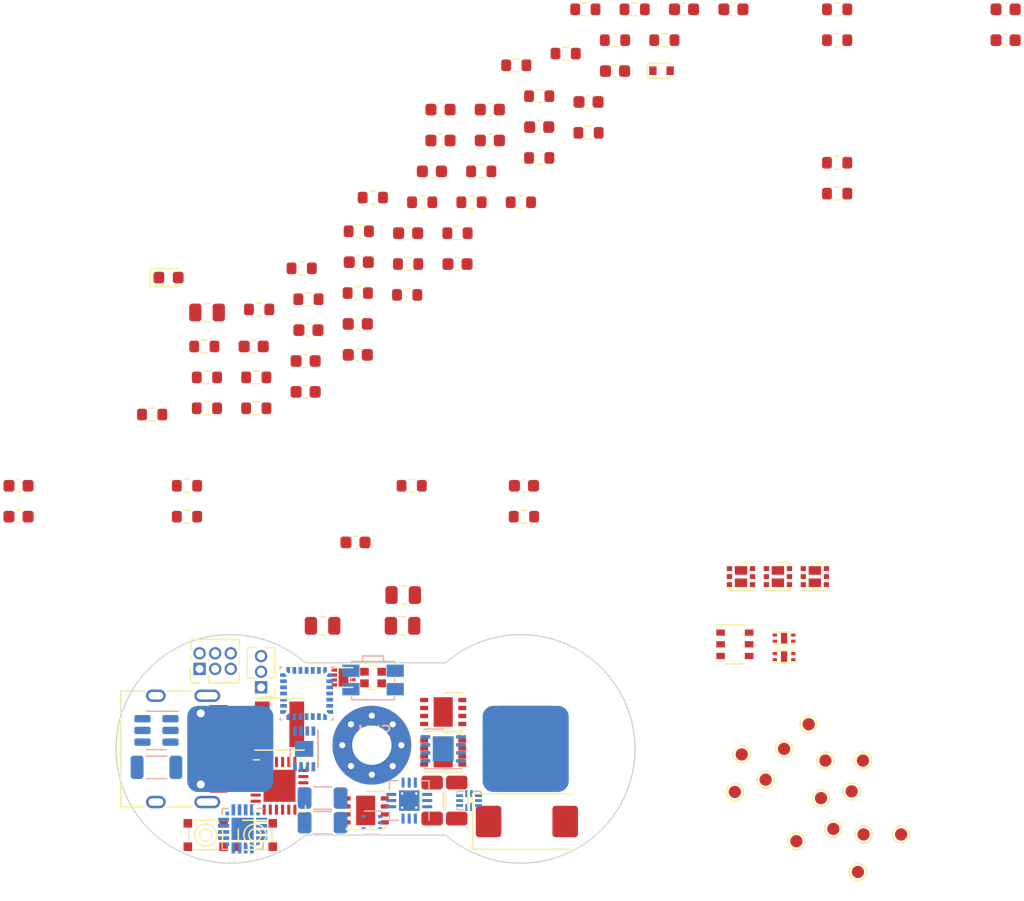
<source format=kicad_pcb>
(kicad_pcb (version 20201116) (generator pcbnew)
  (layers (0 "F.Cu" signal) (1 "In1.Cu" power) (2 "In2.Cu" power) (31 "B.Cu" signal) (34 "B.Paste" user) (35 "F.Paste" user) (36 "B.SilkS" user "B.Silkscreen") (37 "F.SilkS" user "F.Silkscreen") (38 "B.Mask" user) (39 "F.Mask" user) (44 "Edge.Cuts" user))
  (net 0 "")
  (net 1 "GND")
  (net 2 "Net-(J1-PadA6)")
  (net 3 "Net-(C7-Pad1)")
  (net 4 "Net-(J1-PadA7)")
  (net 5 "/VBAT")
  (net 6 "no_connect_88")
  (net 7 "/UVLO")
  (net 8 "/CH_STAT")
  (net 9 "/SDA")
  (net 10 "no_connect_89")
  (net 11 "Net-(C8-Pad2)")
  (net 12 "Net-(C2-Pad1)")
  (net 13 "/SENSE")
  (net 14 "Net-(Q2-Pad4)")
  (net 15 "Net-(Q2-Pad1)")
  (net 16 "/OUT")
  (net 17 "Net-(C10-Pad1)")
  (net 18 "Net-(C20-Pad1)")
  (net 19 "/OUT_V")
  (net 20 "Net-(C27-Pad1)")
  (net 21 "/SCL")
  (net 22 "/CH_INT")
  (net 23 "VCC")
  (net 24 "Net-(C28-Pad1)")
  (net 25 "/USB_DET")
  (net 26 "Net-(D2-Pad1)")
  (net 27 "Net-(D2-Pad2)")
  (net 28 "Net-(D2-Pad3)")
  (net 29 "Net-(FB1-Pad1)")
  (net 30 "no_connect_82")
  (net 31 "Net-(Q4-Pad5)")
  (net 32 "Net-(R11-Pad1)")
  (net 33 "/SWDIO")
  (net 34 "Net-(Q5-Pad5)")
  (net 35 "/SWCLK")
  (net 36 "Net-(Q6-Pad5)")
  (net 37 "/RESET")
  (net 38 "no_connect_83")
  (net 39 "/LED_PWR")
  (net 40 "/LED_EN")
  (net 41 "/CS_OUT")
  (net 42 "/CS_PWR")
  (net 43 "/CS_EN")
  (net 44 "/DBG_RX")
  (net 45 "/DBG_TX")
  (net 46 "Net-(C9-Pad2)")
  (net 47 "/B2_V")
  (net 48 "+3V3")
  (net 49 "/DIV_1")
  (net 50 "Net-(C9-Pad1)")
  (net 51 "/B2_EN")
  (net 52 "/B1_V")
  (net 53 "/DIV_2")
  (net 54 "/B1_EN")
  (net 55 "/DIV")
  (net 56 "/OUT_EN")
  (net 57 "/B2_MON")
  (net 58 "Net-(R7-Pad2)")
  (net 59 "/B1_MON")
  (net 60 "Net-(R10-Pad1)")
  (net 61 "Net-(R14-Pad2)")
  (net 62 "/I_IN")
  (net 63 "/OUT_MON")
  (net 64 "Net-(R22-Pad1)")
  (net 65 "Net-(R23-Pad1)")
  (net 66 "Net-(R26-Pad2)")
  (net 67 "Net-(R27-Pad2)")
  (net 68 "Net-(R32-Pad2)")
  (net 69 "Net-(R25-Pad2)")
  (net 70 "Net-(R30-Pad2)")
  (net 71 "/WAKEUP")
  (net 72 "/BOOTL")
  (net 73 "/OUT_1")
  (net 74 "no_connect_92")
  (net 75 "no_connect_90")
  (net 76 "/COM_TX")
  (net 77 "/COM_RX")
  (net 78 "no_connect_118")
  (net 79 "no_connect_87")
  (net 80 "no_connect_86")
  (net 81 "VBUS")
  (net 82 "Net-(J1-PadA5)")
  (net 83 "Net-(J1-PadB5)")
  (net 84 "no_connect_85")
  (net 85 "/D-")
  (net 86 "/D+")
  (net 87 "no_connect_91")
  (net 88 "no_connect_84")
  (net 89 "no_connect_112")
  (net 90 "no_connect_111")
  (net 91 "no_connect_110")
  (net 92 "no_connect_109")
  (net 93 "no_connect_108")
  (net 94 "no_connect_107")
  (net 95 "no_connect_106")
  (net 96 "no_connect_105")
  (net 97 "no_connect_103")
  (net 98 "no_connect_102")
  (net 99 "no_connect_101")
  (net 100 "no_connect_100")
  (net 101 "no_connect_99")
  (net 102 "no_connect_98")
  (net 103 "no_connect_97")
  (net 104 "no_connect_96")
  (net 105 "no_connect_95")
  (net 106 "no_connect_94")
  (net 107 "no_connect_116")
  (net 108 "no_connect_115")
  (net 109 "no_connect_114")
  (net 110 "no_connect_113")
  (net 111 "no_connect_104")
  (net 112 "no_connect_93")
  (net 113 "no_connect_117")
  (net 114 "/PSEL")
  (net 115 "/TS")
  (net 116 "/CD")
  (net 117 "/PG")
  (net 118 "Net-(U7-Pad8)")
  (footprint "TCY_IC:UDFN-6-2EP_2x2mm_P0.65mm_EP1x0.7mm" (layer "F.Cu") (at 184.5 66)
    (fp_text reference "Q6" hide)
    (fp_text value "UT6MA2TCR")
    (pad "1" smd rect (at -0.9375 -0.65) (size 0.425 0.4) (layers "F.Cu" "F.Paste" "F.Mask") (net 1 "GND"))
    (pad "2" smd rect (at -0.9375 0) (size 0.425 0.4) (layers "F.Cu" "F.Paste" "F.Mask") (net 56 "/OUT_EN"))
    (pad "3" smd rect (at -0.9375 0.65) (size 0.425 0.4) (layers "F.Cu" "F.Paste" "F.Mask") (net 53 "/DIV_2"))
    (pad "4" smd rect (at 0.9375 0.65) (size 0.425 0.4) (layers "F.Cu" "F.Paste" "F.Mask") (net 19 "/OUT_V"))
    (pad "5" smd rect (at 0.9375 0) (size 0.425 0.4) (layers "F.Cu" "F.Paste" "F.Mask") (net 36 "Net-(Q6-Pad5)"))
    (pad "6" smd rect (at 0.9375 -0.65) (size 0.425 0.4) (layers "F.Cu" "F.Paste" "F.Mask") (net 36 "Net-(Q6-Pad5)"))
    (pad "7" smd rect (at 0 -0.5) (size 1 0.7) (layers "F.Cu" "F.Paste" "F.Mask") (net 36 "Net-(Q6-Pad5)"))
    (pad "8" smd rect (at 0 0.5) (size 1 0.7) (layers "F.Cu" "F.Paste" "F.Mask") (net 19 "/OUT_V"))
  )
  (footprint "Resistor_SMD:R_0603_1608Metric" (layer "F.Cu") (at 189.31 19.9)
    (fp_text reference "R33" hide)
    (fp_text value "470k")
    (pad "1" smd roundrect (at -0.825 0) (size 0.8 0.95) (layers "F.Cu" "F.Paste" "F.Mask") (net 51 "/B2_EN"))
    (pad "2" smd roundrect (at 0.825 0) (size 0.8 0.95) (layers "F.Cu" "F.Paste" "F.Mask") (net 1 "GND"))
  )
  (footprint "Capacitor_SMD:C_0603_1608Metric" (layer "F.Cu") (at 157.08 30.56)
    (fp_text reference "C23" hide)
    (fp_text value "40nF")
    (pad "1" smd roundrect (at -0.775 0) (size 0.9 0.95) (layers "F.Cu" "F.Paste" "F.Mask") (net 19 "/OUT_V"))
    (pad "2" smd roundrect (at 0.775 0) (size 0.9 0.95) (layers "F.Cu" "F.Paste" "F.Mask") (net 1 "GND"))
  )
  (footprint "Package_DFN_QFN:DFN-8-1EP_3x3mm_P0.65mm_EP1.55x2.4mm" (layer "F.Cu") (at 157.3 80.3)
    (fp_text reference "Q2" hide)
    (fp_text value "AON7414")
    (pad "1" smd rect (at -1.55 -0.975) (size 0.65 0.35) (layers "F.Cu" "F.Paste" "F.Mask") (net 15 "Net-(Q2-Pad1)"))
    (pad "2" smd rect (at -1.55 -0.325) (size 0.65 0.35) (layers "F.Cu" "F.Paste" "F.Mask") (net 15 "Net-(Q2-Pad1)"))
    (pad "3" smd rect (at -1.55 0.325) (size 0.65 0.35) (layers "F.Cu" "F.Paste" "F.Mask") (net 15 "Net-(Q2-Pad1)"))
    (pad "4" smd rect (at -1.55 0.975) (size 0.65 0.35) (layers "F.Cu" "F.Paste" "F.Mask") (net 14 "Net-(Q2-Pad4)"))
    (pad "5" smd rect (at 1.55 0.975) (size 0.65 0.35) (layers "F.Cu" "F.Paste" "F.Mask") (net 13 "/SENSE"))
    (pad "6" smd rect (at 1.55 0.325) (size 0.65 0.35) (layers "F.Cu" "F.Paste" "F.Mask") (net 13 "/SENSE"))
    (pad "7" smd rect (at 1.55 -0.325) (size 0.65 0.35) (layers "F.Cu" "F.Paste" "F.Mask") (net 13 "/SENSE"))
    (pad "8" smd rect (at 1.55 -0.975) (size 0.65 0.35) (layers "F.Cu" "F.Paste" "F.Mask") (net 13 "/SENSE"))
    (pad "9" smd rect (at 0 0) (size 1.55 2.4) (layers "F.Cu" "F.Mask"))
  )
  (footprint "Package_DFN_QFN:QFN-24-1EP_4x4mm_P0.5mm_EP2.6x2.6mm" (layer "F.Cu") (at 144 83)
    (fp_text reference "U5" hide)
    (fp_text value "BQ25887")
    (pad "1" smd roundrect (at -1.9375 -1.25) (size 0.825 0.25) (layers "F.Cu" "F.Paste" "F.Mask") (net 117 "/PG"))
    (pad "2" smd roundrect (at -1.9375 -0.75) (size 0.825 0.25) (layers "F.Cu" "F.Paste" "F.Mask") (net 8 "/CH_STAT"))
    (pad "3" smd roundrect (at -1.9375 -0.25) (size 0.825 0.25) (layers "F.Cu" "F.Paste" "F.Mask") (net 116 "/CD"))
    (pad "4" smd roundrect (at -1.9375 0.25) (size 0.825 0.25) (layers "F.Cu" "F.Paste" "F.Mask") (net 9 "/SDA"))
    (pad "5" smd roundrect (at -1.9375 0.75) (size 0.825 0.25) (layers "F.Cu" "F.Paste" "F.Mask") (net 21 "/SCL"))
    (pad "6" smd roundrect (at -1.9375 1.25) (size 0.825 0.25) (layers "F.Cu" "F.Paste" "F.Mask") (net 22 "/CH_INT"))
    (pad "7" smd roundrect (at -1.25 1.9375) (size 0.25 0.825) (layers "F.Cu" "F.Paste" "F.Mask") (net 115 "/TS"))
    (pad "8" smd roundrect (at -0.75 1.9375) (size 0.25 0.825) (layers "F.Cu" "F.Paste" "F.Mask") (net 62 "/I_IN"))
    (pad "9" smd roundrect (at -0.25 1.9375) (size 0.25 0.825) (layers "F.Cu" "F.Paste" "F.Mask") (net 64 "Net-(R22-Pad1)"))
    (pad "10" smd roundrect (at 0.25 1.9375) (size 0.25 0.825) (layers "F.Cu" "F.Paste" "F.Mask") (net 65 "Net-(R23-Pad1)"))
    (pad "11" smd roundrect (at 0.75 1.9375) (size 0.25 0.825) (layers "F.Cu" "F.Paste" "F.Mask") (net 11 "Net-(C8-Pad2)"))
    (pad "12" smd roundrect (at 1.25 1.9375) (size 0.25 0.825) (layers "F.Cu" "F.Paste" "F.Mask") (net 50 "Net-(C9-Pad1)"))
    (pad "13" smd roundrect (at 1.9375 1.25) (size 0.825 0.25) (layers "F.Cu" "F.Paste" "F.Mask") (net 47 "/B2_V"))
    (pad "14" smd roundrect (at 1.9375 0.75) (size 0.825 0.25) (layers "F.Cu" "F.Paste" "F.Mask") (net 47 "/B2_V"))
    (pad "15" smd roundrect (at 1.9375 0.25) (size 0.825 0.25) (layers "F.Cu" "F.Paste" "F.Mask") (net 5 "/VBAT"))
    (pad "16" smd roundrect (at 1.9375 -0.25) (size 0.825 0.25) (layers "F.Cu" "F.Paste" "F.Mask") (net 5 "/VBAT"))
    (pad "17" smd roundrect (at 1.9375 -0.75) (size 0.825 0.25) (layers "F.Cu" "F.Paste" "F.Mask") (net 46 "Net-(C9-Pad2)"))
    (pad "18" smd roundrect (at 1.9375 -1.25) (size 0.825 0.25) (layers "F.Cu" "F.Paste" "F.Mask") (net 46 "Net-(C9-Pad2)"))
    (pad "19" smd roundrect (at 1.25 -1.9375) (size 0.25 0.825) (layers "F.Cu" "F.Paste" "F.Mask") (net 1 "GND"))
    (pad "20" smd roundrect (at 0.75 -1.9375) (size 0.25 0.825) (layers "F.Cu" "F.Paste" "F.Mask") (net 1 "GND"))
    (pad "21" smd roundrect (at 0.25 -1.9375) (size 0.25 0.825) (layers "F.Cu" "F.Paste" "F.Mask") (net 3 "Net-(C7-Pad1)"))
    (pad "22" smd roundrect (at -0.25 -1.9375) (size 0.25 0.825) (layers "F.Cu" "F.Paste" "F.Mask") (net 3 "Net-(C7-Pad1)"))
    (pad "23" smd roundrect (at -0.75 -1.9375) (size 0.25 0.825) (layers "F.Cu" "F.Paste" "F.Mask") (net 81 "VBUS"))
    (pad "24" smd roundrect (at -1.25 -1.9375) (size 0.25 0.825) (layers "F.Cu" "F.Paste" "F.Mask") (net 114 "/PSEL"))
    (pad "25" smd rect (at 0 0) (size 2.6 2.6) (layers "F.Cu" "F.Mask") (net 1 "GND"))
  )
  (footprint "Resistor_SMD:R_0603_1608Metric" (layer "F.Cu") (at 154.74 58.62)
    (fp_text reference "R35" hide)
    (fp_text value "1k")
    (pad "1" smd roundrect (at -0.825 0) (size 0.8 0.95) (layers "F.Cu" "F.Paste" "F.Mask") (net 20 "Net-(C27-Pad1)"))
    (pad "2" smd roundrect (at 0.825 0) (size 0.8 0.95) (layers "F.Cu" "F.Paste" "F.Mask") (net 71 "/WAKEUP"))
  )
  (footprint "Capacitor_SMD:C_0603_1608Metric" (layer "F.Cu") (at 171.26 24.92)
    (fp_text reference "C10" hide)
    (fp_text value "100nF")
    (pad "1" smd roundrect (at -0.775 0) (size 0.9 0.95) (layers "F.Cu" "F.Paste" "F.Mask") (net 17 "Net-(C10-Pad1)"))
    (pad "2" smd roundrect (at 0.775 0) (size 0.9 0.95) (layers "F.Cu" "F.Paste" "F.Mask") (net 1 "GND"))
  )
  (footprint "Resistor_SMD:R_0603_1608Metric" (layer "F.Cu") (at 142.34 44.29)
    (fp_text reference "R5" hide)
    (fp_text value "5.1k")
    (pad "1" smd roundrect (at -0.825 0) (size 0.8 0.95) (layers "F.Cu" "F.Paste" "F.Mask") (net 82 "Net-(J1-PadA5)"))
    (pad "2" smd roundrect (at 0.825 0) (size 0.8 0.95) (layers "F.Cu" "F.Paste" "F.Mask") (net 1 "GND"))
  )
  (footprint "Capacitor_SMD:C_0603_1608Metric" (layer "F.Cu") (at 161.09 28.05)
    (fp_text reference "C22" hide)
    (fp_text value "4.7uF(X7R)")
    (pad "1" smd roundrect (at -0.775 0) (size 0.9 0.95) (layers "F.Cu" "F.Paste" "F.Mask") (net 23 "VCC"))
    (pad "2" smd roundrect (at 0.775 0) (size 0.9 0.95) (layers "F.Cu" "F.Paste" "F.Mask") (net 1 "GND"))
  )
  (footprint "TestPoint:TestPoint_Pad_D1.0mm" (layer "F.Cu") (at 194.51 86.95)
    (fp_text reference "TP9" hide)
    (fp_text value "OUT")
    (pad "1" smd circle (at 0 0) (size 1 1) (layers "F.Cu" "F.Mask") (net 19 "/OUT_V"))
  )
  (footprint "Capacitor_SMD:C_0603_1608Metric" (layer "F.Cu") (at 146.12 48.48)
    (fp_text reference "C19" hide)
    (fp_text value "100pF")
    (pad "1" smd roundrect (at -0.775 0) (size 0.9 0.95) (layers "F.Cu" "F.Paste" "F.Mask") (net 7 "/UVLO"))
    (pad "2" smd roundrect (at 0.775 0) (size 0.9 0.95) (layers "F.Cu" "F.Paste" "F.Mask") (net 1 "GND"))
  )
  (footprint "Resistor_SMD:R_0603_1608Metric" (layer "F.Cu") (at 163.61 35.58)
    (fp_text reference "R9" hide)
    (fp_text value "10k")
    (pad "1" smd roundrect (at -0.825 0) (size 0.8 0.95) (layers "F.Cu" "F.Paste" "F.Mask") (net 59 "/B1_MON"))
    (pad "2" smd roundrect (at 0.825 0) (size 0.8 0.95) (layers "F.Cu" "F.Paste" "F.Mask") (net 1 "GND"))
  )
  (footprint "TCY_IC:UTDFN-8-1EP_1.5x1.5mm_P0.4mm_EP0.8x1.45mm" (layer "F.Cu") (at 149.2 74.2 180)
    (fp_text reference "U4" hide)
    (fp_text value "KTD2026BEWE")
    (pad "1" smd rect (at -0.75 -0.6 180) (size 0.45 0.25) (layers "F.Cu" "F.Paste" "F.Mask") (net 78 "no_connect_118"))
    (pad "2" smd rect (at -0.75 -0.175 180) (size 0.45 0.25) (layers "F.Cu" "F.Paste" "F.Mask") (net 28 "Net-(D2-Pad3)"))
    (pad "3" smd rect (at -0.75 0.2 180) (size 0.45 0.25) (layers "F.Cu" "F.Paste" "F.Mask") (net 27 "Net-(D2-Pad2)"))
    (pad "4" smd rect (at -0.75 0.6 180) (size 0.45 0.25) (layers "F.Cu" "F.Paste" "F.Mask") (net 26 "Net-(D2-Pad1)"))
    (pad "5" smd rect (at 0.75 0.6 180) (size 0.45 0.25) (layers "F.Cu" "F.Paste" "F.Mask") (net 39 "/LED_PWR"))
    (pad "6" smd rect (at 0.75 0.2 180) (size 0.45 0.25) (layers "F.Cu" "F.Paste" "F.Mask") (net 21 "/SCL"))
    (pad "7" smd rect (at 0.75 -0.2 180) (size 0.45 0.25) (layers "F.Cu" "F.Paste" "F.Mask") (net 9 "/SDA"))
    (pad "8" smd rect (at 0.75 -0.6 180) (size 0.45 0.25) (layers "F.Cu" "F.Paste" "F.Mask") (net 1 "GND"))
    (pad "9" smd rect (at 0 0 180) (size 0.8 1.45) (layers "F.Cu" "F.Paste" "F.Mask") (net 1 "GND"))
  )
  (footprint "TestPoint:TestPoint_Pad_D1.0mm" (layer "F.Cu") (at 183.5 82.5)
    (fp_text reference "TP13" hide)
    (fp_text value "TestPoint")
    (pad "1" smd circle (at 0 0) (size 1 1) (layers "F.Cu" "F.Mask") (net 24 "Net-(C28-Pad1)"))
  )
  (footprint "Resistor_SMD:R_0603_1608Metric" (layer "F.Cu") (at 142.11 49.81)
    (fp_text reference "R6" hide)
    (fp_text value "5.1k")
    (pad "1" smd roundrect (at -0.825 0) (size 0.8 0.95) (layers "F.Cu" "F.Paste" "F.Mask") (net 83 "Net-(J1-PadB5)"))
    (pad "2" smd roundrect (at 0.825 0) (size 0.8 0.95) (layers "F.Cu" "F.Paste" "F.Mask") (net 1 "GND"))
  )
  (footprint "Resistor_SMD:R_0603_1608Metric" (layer "F.Cu") (at 189.31 34.88)
    (fp_text reference "R38" hide)
    (fp_text value "470k")
    (pad "1" smd roundrect (at -0.825 0) (size 0.8 0.95) (layers "F.Cu" "F.Paste" "F.Mask") (net 52 "/B1_V"))
    (pad "2" smd roundrect (at 0.825 0) (size 0.8 0.95) (layers "F.Cu" "F.Paste" "F.Mask") (net 34 "Net-(Q5-Pad5)"))
  )
  (footprint "Resistor_SMD:R_0603_1608Metric" (layer "F.Cu") (at 159.6 35.58)
    (fp_text reference "R17" hide)
    (fp_text value "10k")
    (pad "1" smd roundrect (at -0.825 0) (size 0.8 0.95) (layers "F.Cu" "F.Paste" "F.Mask") (net 63 "/OUT_MON"))
    (pad "2" smd roundrect (at 0.825 0) (size 0.8 0.95) (layers "F.Cu" "F.Paste" "F.Mask") (net 1 "GND"))
  )
  (footprint "Resistor_SMD:R_0603_1608Metric" (layer "F.Cu") (at 150.36 42.96)
    (fp_text reference "R13" hide)
    (fp_text value "17.8k")
    (pad "1" smd roundrect (at -0.825 0) (size 0.8 0.95) (layers "F.Cu" "F.Paste" "F.Mask") (net 115 "/TS"))
    (pad "2" smd roundrect (at 0.825 0) (size 0.8 0.95) (layers "F.Cu" "F.Paste" "F.Mask") (net 1 "GND"))
  )
  (footprint "Resistor_SMD:R_0603_1608Metric" (layer "F.Cu") (at 171.26 22.41)
    (fp_text reference "R20" hide)
    (fp_text value "470k")
    (pad "1" smd roundrect (at -0.825 0) (size 0.8 0.95) (layers "F.Cu" "F.Paste" "F.Mask") (net 48 "+3V3"))
    (pad "2" smd roundrect (at 0.825 0) (size 0.8 0.95) (layers "F.Cu" "F.Paste" "F.Mask") (net 8 "/CH_STAT"))
  )
  (footprint "Package_DFN_QFN:DFN-8-1EP_3x3mm_P0.65mm_EP1.55x2.4mm" (layer "F.Cu") (at 157.3 77)
    (fp_text reference "Q3" hide)
    (fp_text value "AON7414")
    (pad "1" smd rect (at -1.55 -0.975) (size 0.65 0.35) (layers "F.Cu" "F.Paste" "F.Mask") (net 15 "Net-(Q2-Pad1)"))
    (pad "2" smd rect (at -1.55 -0.325) (size 0.65 0.35) (layers "F.Cu" "F.Paste" "F.Mask") (net 15 "Net-(Q2-Pad1)"))
    (pad "3" smd rect (at -1.55 0.325) (size 0.65 0.35) (layers "F.Cu" "F.Paste" "F.Mask") (net 15 "Net-(Q2-Pad1)"))
    (pad "4" smd rect (at -1.55 0.975) (size 0.65 0.35) (layers "F.Cu" "F.Paste" "F.Mask") (net 14 "Net-(Q2-Pad4)"))
    (pad "5" smd rect (at 1.55 0.975) (size 0.65 0.35) (layers "F.Cu" "F.Paste" "F.Mask") (net 19 "/OUT_V"))
    (pad "6" smd rect (at 1.55 0.325) (size 0.65 0.35) (layers "F.Cu" "F.Paste" "F.Mask") (net 19 "/OUT_V"))
    (pad "7" smd rect (at 1.55 -0.325) (size 0.65 0.35) (layers "F.Cu" "F.Paste" "F.Mask") (net 19 "/OUT_V"))
    (pad "8" smd rect (at 1.55 -0.975) (size 0.65 0.35) (layers "F.Cu" "F.Paste" "F.Mask") (net 19 "/OUT_V"))
    (pad "9" smd rect (at 0 0) (size 1.55 2.4) (layers "F.Cu" "F.Mask"))
  )
  (footprint "Capacitor_SMD:C_0603_1608Metric" (layer "F.Cu") (at 180.88 19.9)
    (fp_text reference "C5" hide)
    (fp_text value "1uF")
    (pad "1" smd roundrect (at -0.775 0) (size 0.9 0.95) (layers "F.Cu" "F.Paste" "F.Mask") (net 81 "VBUS"))
    (pad "2" smd roundrect (at 0.775 0) (size 0.9 0.95) (layers "F.Cu" "F.Paste" "F.Mask") (net 1 "GND"))
  )
  (footprint "Capacitor_SMD:C_0603_1608Metric" (layer "F.Cu") (at 141.9 47.3)
    (fp_text reference "C1" hide)
    (fp_text value "100nF")
    (pad "1" smd roundrect (at -0.775 0) (size 0.9 0.95) (layers "F.Cu" "F.Paste" "F.Mask") (net 48 "+3V3"))
    (pad "2" smd roundrect (at 0.775 0) (size 0.9 0.95) (layers "F.Cu" "F.Paste" "F.Mask") (net 1 "GND"))
  )
  (footprint "TCY_buttons_switches:KMT031NGJLHS" (layer "F.Cu") (at 138 87)
    (fp_text reference "SW2" hide)
    (fp_text value "BOOT")
    (pad "1" smd rect (at -1.45 -0.95) (size 0.7 0.7) (layers "F.Cu" "F.Paste" "F.Mask") (net 1 "GND"))
    (pad "1" smd rect (at 1.45 -0.95) (size 0.7 0.7) (layers "F.Cu" "F.Paste" "F.Mask") (net 1 "GND"))
    (pad "2" smd rect (at -1.45 0.95) (size 0.7 0.7) (layers "F.Cu" "F.Paste" "F.Mask") (net 73 "/OUT_1"))
    (pad "2" smd rect (at 1.45 0.95) (size 0.7 0.7) (layers "F.Cu" "F.Paste" "F.Mask") (net 73 "/OUT_1"))
  )
  (footprint "Resistor_SMD:R_0603_1608Metric" (layer "F.Cu") (at 138.1 49.81)
    (fp_text reference "R4" hide)
    (fp_text value "10k")
    (pad "1" smd roundrect (at -0.825 0) (size 0.8 0.95) (layers "F.Cu" "F.Paste" "F.Mask") (net 57 "/B2_MON"))
    (pad "2" smd roundrect (at 0.825 0) (size 0.8 0.95) (layers "F.Cu" "F.Paste" "F.Mask") (net 1 "GND"))
  )
  (footprint "Resistor_SMD:R_0603_1608Metric" (layer "F.Cu") (at 146.35 43.46)
    (fp_text reference "R27" hide)
    (fp_text value "105k")
    (pad "1" smd roundrect (at -0.825 0) (size 0.8 0.95) (layers "F.Cu" "F.Paste" "F.Mask") (net 66 "Net-(R26-Pad2)"))
    (pad "2" smd roundrect (at 0.825 0) (size 0.8 0.95) (layers "F.Cu" "F.Paste" "F.Mask") (net 67 "Net-(R27-Pad2)"))
  )
  (footprint "TCY_IC:MLF-4_1.2x1.6mm_P0.5_1EP_0.85x0.5mm" (layer "F.Cu") (at 185 71)
    (fp_text reference "U13" hide)
    (fp_text value "MIC94300")
    (pad "1" smd rect (at -0.75 -0.25) (size 0.35 0.25) (layers "F.Cu" "F.Paste" "F.Mask") (net 40 "/LED_EN"))
    (pad "2" smd rect (at -0.75 0.25) (size 0.35 0.25) (layers "F.Cu" "F.Paste" "F.Mask") (net 1 "GND"))
    (pad "3" smd rect (at 0.75 0.25) (size 0.35 0.25) (layers "F.Cu" "F.Paste" "F.Mask") (net 39 "/LED_PWR"))
    (pad "4" smd rect (at 0.75 -0.25) (size 0.35 0.25) (layers "F.Cu" "F.Paste" "F.Mask") (net 48 "+3V3"))
    (pad "5" smd rect (at 0 0 90) (size 0.85 0.5) (layers "F.Cu" "F.Paste" "F.Mask") (net 1 "GND"))
  )
  (footprint "Resistor_SMD:R_0603_1608Metric" (layer "F.Cu") (at 145.8 40.95)
    (fp_text reference "R7" hide)
    (fp_text value "1k")
    (pad "1" smd roundrect (at -0.825 0) (size 0.8 0.95) (layers "F.Cu" "F.Paste" "F.Mask") (net 12 "Net-(C2-Pad1)"))
    (pad "2" smd roundrect (at 0.825 0) (size 0.8 0.95) (layers "F.Cu" "F.Paste" "F.Mask") (net 58 "Net-(R7-Pad2)"))
  )
  (footprint "Resistor_SMD:R_0603_1608Metric" (layer "F.Cu") (at 136.48 58.62)
    (fp_text reference "R39" hide)
    (fp_text value "470k")
    (pad "1" smd roundrect (at -0.825 0) (size 0.8 0.95) (layers "F.Cu" "F.Paste" "F.Mask") (net 56 "/OUT_EN"))
    (pad "2" smd roundrect (at 0.825 0) (size 0.8 0.95) (layers "F.Cu" "F.Paste" "F.Mask") (net 1 "GND"))
  )
  (footprint "Resistor_SMD:R_0603_1608Metric" (layer "F.Cu") (at 169.11 29.94)
    (fp_text reference "R19" hide)
    (fp_text value "1k")
    (pad "1" smd roundrect (at -0.825 0) (size 0.8 0.95) (layers "F.Cu" "F.Paste" "F.Mask") (net 37 "/RESET"))
    (pad "2" smd roundrect (at 0.825 0) (size 0.8 0.95) (layers "F.Cu" "F.Paste" "F.Mask") (net 17 "Net-(C10-Pad1)"))
  )
  (footprint "Resistor_SMD:R_0603_1608Metric" (layer "F.Cu") (at 175.27 22.41)
    (fp_text reference "R14" hide)
    (fp_text value "10k")
    (pad "1" smd roundrect (at -0.825 0) (size 0.8 0.95) (layers "F.Cu" "F.Paste" "F.Mask") (net 81 "VBUS"))
    (pad "2" smd roundrect (at 0.825 0) (size 0.8 0.95) (layers "F.Cu" "F.Paste" "F.Mask") (net 61 "Net-(R14-Pad2)"))
  )
  (footprint "Capacitor_Tantalum_SMD:CP_EIA-7343-31_Kemet-D" (layer "F.Cu") (at 164.1 85.9)
    (fp_text reference "C17" hide)
    (fp_text value "100uF/12V")
    (pad "1" smd roundrect (at -3.1125 0) (size 2.075 2.55) (layers "F.Cu" "F.Paste" "F.Mask") (roundrect_rratio 0.120482) (net 23 "VCC"))
    (pad "2" smd roundrect (at 3.1125 0) (size 2.075 2.55) (layers "F.Cu" "F.Paste" "F.Mask") (roundrect_rratio 0.120482) (net 1 "GND"))
  )
  (footprint "Capacitor_SMD:C_0603_1608Metric" (layer "F.Cu") (at 158.46 40.6)
    (fp_text reference "C20" hide)
    (fp_text value "39nF")
    (pad "1" smd roundrect (at -0.775 0) (size 0.9 0.95) (layers "F.Cu" "F.Paste" "F.Mask") (net 18 "Net-(C20-Pad1)"))
    (pad "2" smd roundrect (at 0.775 0) (size 0.9 0.95) (layers "F.Cu" "F.Paste" "F.Mask") (net 1 "GND"))
  )
  (footprint "Capacitor_SMD:C_0603_1608Metric" (layer "F.Cu") (at 150.17 63.22)
    (fp_text reference "C27" hide)
    (fp_text value "100nF")
    (pad "1" smd roundrect (at -0.775 0) (size 0.9 0.95) (layers "F.Cu" "F.Paste" "F.Mask") (net 20 "Net-(C27-Pad1)"))
    (pad "2" smd roundrect (at 0.775 0) (size 0.9 0.95) (layers "F.Cu" "F.Paste" "F.Mask") (net 1 "GND"))
  )
  (footprint "Resistor_SMD:R_0603_1608Metric" (layer "F.Cu") (at 160.39 33.07)
    (fp_text reference "R16" hide)
    (fp_text value "22k")
    (pad "1" smd roundrect (at -0.825 0) (size 0.8 0.95) (layers "F.Cu" "F.Paste" "F.Mask") (net 53 "/DIV_2"))
    (pad "2" smd roundrect (at 0.825 0) (size 0.8 0.95) (layers "F.Cu" "F.Paste" "F.Mask") (net 63 "/OUT_MON"))
  )
  (footprint "Capacitor_SMD:C_0603_1608Metric" (layer "F.Cu") (at 150.44 40.45)
    (fp_text reference "C24" hide)
    (fp_text value "4.7uF(X7R)")
    (pad "1" smd roundrect (at -0.775 0) (size 0.9 0.95) (layers "F.Cu" "F.Paste" "F.Mask") (net 48 "+3V3"))
    (pad "2" smd roundrect (at 0.775 0) (size 0.9 0.95) (layers "F.Cu" "F.Paste" "F.Mask") (net 1 "GND"))
  )
  (footprint "Resistor_SMD:R_0603_1608Metric" (layer "F.Cu") (at 154.45 40.6)
    (fp_text reference "R3" hide)
    (fp_text value "22k")
    (pad "1" smd roundrect (at -0.825 0) (size 0.8 0.95) (layers "F.Cu" "F.Paste" "F.Mask") (net 49 "/DIV_1"))
    (pad "2" smd roundrect (at 0.825 0) (size 0.8 0.95) (layers "F.Cu" "F.Paste" "F.Mask") (net 57 "/B2_MON"))
  )
  (footprint "TestPoint:TestPoint_Pad_D1.0mm" (layer "F.Cu") (at 186 87.5)
    (fp_text reference "TP6" hide)
    (fp_text value "VCC")
    (pad "1" smd circle (at 0 0) (size 1 1) (layers "F.Cu" "F.Mask") (net 23 "VCC"))
  )
  (footprint "Connector_PinHeader_1.27mm:PinHeader_2x03_P1.27mm_Vertical" (layer "F.Cu") (at 137.5 73.5 90)
    (fp_text reference "J2" hide)
    (fp_text value "PROG_CONN_STM_6p")
    (pad "1" thru_hole rect (at 0 0 90) (size 1 1) (drill 0.65) (layers *.Cu *.Mask) (net 1 "GND"))
    (pad "2" thru_hole oval (at 1.27 0 90) (size 1 1) (drill 0.65) (layers *.Cu *.Mask) (net 48 "+3V3"))
    (pad "3" thru_hole oval (at 0 1.27 90) (size 1 1) (drill 0.65) (layers *.Cu *.Mask) (net 88 "no_connect_84"))
    (pad "4" thru_hole oval (at 1.27 1.27 90) (size 1 1) (drill 0.65) (layers *.Cu *.Mask) (net 37 "/RESET"))
    (pad "5" thru_hole oval (at 0 2.54 90) (size 1 1) (drill 0.65) (layers *.Cu *.Mask) (net 35 "/SWCLK"))
    (pad "6" thru_hole oval (at 1.27 2.54 90) (size 1 1) (drill 0.65) (layers *.Cu *.Mask) (net 33 "/SWDIO"))
  )
  (footprint "Capacitor_SMD:C_0603_1608Metric" (layer "F.Cu") (at 203 22.41)
    (fp_text reference "C30" hide)
    (fp_text value "1uF")
    (pad "1" smd roundrect (at -0.775 0) (size 0.9 0.95) (layers "F.Cu" "F.Paste" "F.Mask") (net 39 "/LED_PWR"))
    (pad "2" smd roundrect (at 0.775 0) (size 0.9 0.95) (layers "F.Cu" "F.Paste" "F.Mask") (net 1 "GND"))
  )
  (footprint "TCY_connectors:WirePad_SMD_1x_3x6mm" (layer "F.Cu") (at 164 82 90)
    (fp_text reference "J7" hide)
    (fp_text value "OUT+")
    (pad "1" smd roundrect (at 0 0 90) (size 3 6) (layers "F.Cu" "F.Paste" "F.Mask") (roundrect_rratio 0.333) (net 19 "/OUT_V"))
  )
  (footprint "Capacitor_SMD:C_0603_1608Metric" (layer "F.Cu") (at 203 19.9)
    (fp_text reference "C29" hide)
    (fp_text value "1uF")
    (pad "1" smd roundrect (at -0.775 0) (size 0.9 0.95) (layers "F.Cu" "F.Paste" "F.Mask") (net 48 "+3V3"))
    (pad "2" smd roundrect (at 0.775 0) (size 0.9 0.95) (layers "F.Cu" "F.Paste" "F.Mask") (net 1 "GND"))
  )
  (footprint "Resistor_SMD:R_0603_1608Metric" (layer "F.Cu") (at 138.1 52.32)
    (fp_text reference "R1" hide)
    (fp_text value "22k")
    (pad "1" smd roundrect (at -0.825 0) (size 0.8 0.95) (layers "F.Cu" "F.Paste" "F.Mask") (net 81 "VBUS"))
    (pad "2" smd roundrect (at 0.825 0) (size 0.8 0.95) (layers "F.Cu" "F.Paste" "F.Mask") (net 25 "/USB_DET"))
  )
  (footprint "Capacitor_SMD:C_0603_1608Metric" (layer "F.Cu") (at 150.36 45.47)
    (fp_text reference "C13" hide)
    (fp_text value "100nF")
    (pad "1" smd roundrect (at -0.775 0) (size 0.9 0.95) (layers "F.Cu" "F.Paste" "F.Mask") (net 48 "+3V3"))
    (pad "2" smd roundrect (at 0.775 0) (size 0.9 0.95) (layers "F.Cu" "F.Paste" "F.Mask") (net 1 "GND"))
  )
  (footprint "Resistor_SMD:R_0603_1608Metric" (layer "F.Cu") (at 172.86 19.9)
    (fp_text reference "R21" hide)
    (fp_text value "470R")
    (pad "1" smd roundrect (at -0.825 0) (size 0.8 0.95) (layers "F.Cu" "F.Paste" "F.Mask") (net 62 "/I_IN"))
    (pad "2" smd roundrect (at 0.825 0) (size 0.8 0.95) (layers "F.Cu" "F.Paste" "F.Mask") (net 1 "GND"))
  )
  (footprint "Capacitor_SMD:C_0603_1608Metric" (layer "F.Cu") (at 146.35 45.97)
    (fp_text reference "C18" hide)
    (fp_text value "100nF")
    (pad "1" smd roundrect (at -0.775 0) (size 0.9 0.95) (layers "F.Cu" "F.Paste" "F.Mask") (net 42 "/CS_PWR"))
    (pad "2" smd roundrect (at 0.775 0) (size 0.9 0.95) (layers "F.Cu" "F.Paste" "F.Mask") (net 1 "GND"))
  )
  (footprint "Resistor_SMD:R_0603_1608Metric" (layer "F.Cu") (at 137.89 47.3)
    (fp_text reference "R30" hide)
    (fp_text value "162k")
    (pad "1" smd roundrect (at -0.825 0) (size 0.8 0.95) (layers "F.Cu" "F.Paste" "F.Mask") (net 67 "Net-(R27-Pad2)"))
    (pad "2" smd roundrect (at 0.825 0) (size 0.8 0.95) (layers "F.Cu" "F.Paste" "F.Mask") (net 70 "Net-(R30-Pad2)"))
  )
  (footprint "TestPoint:TestPoint_Pad_D1.0mm" (layer "F.Cu") (at 185 80)
    (fp_text reference "TP14" hide)
    (fp_text value "TestPoint")
    (pad "1" smd circle (at 0 0) (size 1 1) (layers "F.Cu" "F.Mask") (net 73 "/OUT_1"))
  )
  (footprint "Capacitor_SMD:C_0603_1608Metric" (layer "F.Cu") (at 150.36 47.98)
    (fp_text reference "C4" hide)
    (fp_text value "4.7uF")
    (pad "1" smd roundrect (at -0.775 0) (size 0.9 0.95) (layers "F.Cu" "F.Paste" "F.Mask") (net 81 "VBUS"))
    (pad "2" smd roundrect (at 0.775 0) (size 0.9 0.95) (layers "F.Cu" "F.Paste" "F.Mask") (net 1 "GND"))
  )
  (footprint "Capacitor_SMD:C_0805_2012Metric" (layer "F.Cu") (at 138.11 44.54)
    (fp_text reference "C7" hide)
    (fp_text value "10uF")
    (pad "1" smd roundrect (at -0.95 0) (size 1 1.45) (layers "F.Cu" "F.Paste" "F.Mask") (net 3 "Net-(C7-Pad1)"))
    (pad "2" smd roundrect (at 0.95 0) (size 1 1.45) (layers "F.Cu" "F.Paste" "F.Mask") (net 1 "GND"))
  )
  (footprint "Capacitor_SMD:C_0603_1608Metric" (layer "F.Cu") (at 176.87 19.9)
    (fp_text reference "C3" hide)
    (fp_text value "100nF")
    (pad "1" smd roundrect (at -0.775 0) (size 0.9 0.95) (layers "F.Cu" "F.Paste" "F.Mask") (net 12 "Net-(C2-Pad1)"))
    (pad "2" smd roundrect (at 0.775 0) (size 0.9 0.95) (layers "F.Cu" "F.Paste" "F.Mask") (net 1 "GND"))
  )
  (footprint "TCY_IC:UDFN-6-2EP_2x2mm_P0.65mm_EP1x0.7mm" (layer "F.Cu") (at 181.5 66)
    (fp_text reference "Q5" hide)
    (fp_text value "UT6MA2TCR")
    (pad "1" smd rect (at -0.9375 -0.65) (size 0.425 0.4) (layers "F.Cu" "F.Paste" "F.Mask") (net 1 "GND"))
    (pad "2" smd rect (at -0.9375 0) (size 0.425 0.4) (layers "F.Cu" "F.Paste" "F.Mask") (net 54 "/B1_EN"))
    (pad "3" smd rect (at -0.9375 0.65) (size 0.425 0.4) (layers "F.Cu" "F.Paste" "F.Mask") (net 55 "/DIV"))
    (pad "4" smd rect (at 0.9375 0.65) (size 0.425 0.4) (layers "F.Cu" "F.Paste" "F.Mask") (net 52 "/B1_V"))
    (pad "5" smd rect (at 0.9375 0) (size 0.425 0.4) (layers "F.Cu" "F.Paste" "F.Mask") (net 34 "Net-(Q5-Pad5)"))
    (pad "6" smd rect (at 0.9375 -0.65) (size 0.425 0.4) (layers "F.Cu" "F.Paste" "F.Mask") (net 34 "Net-(Q5-Pad5)"))
    (pad "7" smd rect (at 0 -0.5) (size 1 0.7) (layers "F.Cu" "F.Paste" "F.Mask") (net 34 "Net-(Q5-Pad5)"))
    (pad "8" smd rect (at 0 0.5) (size 1 0.7) (layers "F.Cu" "F.Paste" "F.Mask") (net 52 "/B1_V"))
  )
  (footprint "Capacitor_SMD:C_0603_1608Metric" (layer "F.Cu") (at 122.79 61.13)
    (fp_text reference "C26" hide)
    (fp_text value "1uF")
    (pad "1" smd roundrect (at -0.775 0) (size 0.9 0.95) (layers "F.Cu" "F.Paste" "F.Mask") (net 42 "/CS_PWR"))
    (pad "2" smd roundrect (at 0.775 0) (size 0.9 0.95) (layers "F.Cu" "F.Paste" "F.Mask") (net 1 "GND"))
  )
  (footprint "Package_SO:TSOP-6_1.65x3.05mm_P0.95mm" (layer "F.Cu") (at 181 71.5)
    (fp_text reference "U12" hide)
    (fp_text value "74LVC2G14")
    (pad "1" smd rect (at -1.16 -0.95) (size 0.7 0.51) (layers "F.Cu" "F.Paste" "F.Mask") (net 20 "Net-(C27-Pad1)"))
    (pad "2" smd rect (at -1.16 0) (size 0.7 0.51) (layers "F.Cu" "F.Paste" "F.Mask") (net 1 "GND"))
    (pad "3" smd rect (at -1.16 0.95) (size 0.7 0.51) (layers "F.Cu" "F.Paste" "F.Mask") (net 24 "Net-(C28-Pad1)"))
    (pad "4" smd rect (at 1.16 0.95) (size 0.7 0.51) (layers "F.Cu" "F.Paste" "F.Mask") (net 73 "/OUT_1"))
    (pad "5" smd rect (at 1.16 0) (size 0.7 0.51) (layers "F.Cu" "F.Paste" "F.Mask") (net 23 "VCC"))
    (pad "6" smd rect (at 1.16 -0.95) (size 0.7 0.51) (layers "F.Cu" "F.Paste" "F.Mask") (net 16 "/OUT"))
  )
  (footprint "Capacitor_SMD:C_0805_2012Metric" (layer "F.Cu") (at 154.05 67.5)
    (fp_text reference "C14" hide)
    (fp_text value "10uF")
    (pad "1" smd roundrect (at -0.95 0) (size 1 1.45) (layers "F.Cu" "F.Paste" "F.Mask") (net 5 "/VBAT"))
    (pad "2" smd roundrect (at 0.95 0) (size 1 1.45) (layers "F.Cu" "F.Paste" "F.Mask") (net 1 "GND"))
  )
  (footprint "Resistor_SMD:R_0603_1608Metric" (layer "F.Cu") (at 165.1 26.96)
    (fp_text reference "R8" hide)
    (fp_text value "10k")
    (pad "1" smd roundrect (at -0.825 0) (size 0.8 0.95) (layers "F.Cu" "F.Paste" "F.Mask") (net 55 "/DIV"))
    (pad "2" smd roundrect (at 0.825 0) (size 0.8 0.95) (layers "F.Cu" "F.Paste" "F.Mask") (net 59 "/B1_MON"))
  )
  (footprint "Resistor_SMD:R_0603_1608Metric" (layer "F.Cu") (at 189.31 32.37)
    (fp_text reference "R37" hide)
    (fp_text value "470k")
    (pad "1" smd roundrect (at -0.825 0) (size 0.8 0.95) (layers "F.Cu" "F.Paste" "F.Mask") (net 54 "/B1_EN"))
    (pad "2" smd roundrect (at 0.825 0) (size 0.8 0.95) (layers "F.Cu" "F.Paste" "F.Mask") (net 1 "GND"))
  )
  (footprint "Resistor_SMD:R_Array_Convex_2x0606" (layer "F.Cu") (at 151.6 74.2)
    (fp_text reference "D2" hide)
    (fp_text value "LED_RGBA")
    (pad "1" smd rect (at -0.7 -0.47) (size 0.7 0.64) (layers "F.Cu" "F.Paste" "F.Mask") (net 26 "Net-(D2-Pad1)"))
    (pad "2" smd rect (at -0.7 0.47) (size 0.7 0.64) (layers "F.Cu" "F.Paste" "F.Mask") (net 27 "Net-(D2-Pad2)"))
    (pad "3" smd rect (at 0.7 0.47) (size 0.7 0.64) (layers "F.Cu" "F.Paste" "F.Mask") (net 28 "Net-(D2-Pad3)"))
    (pad "4" smd rect (at 0.7 -0.47) (size 0.7 0.64) (layers "F.Cu" "F.Paste" "F.Mask") (net 39 "/LED_PWR"))
  )
  (footprint "Resistor_SMD:R_0603_1608Metric" (layer "F.Cu") (at 142.11 52.32)
    (fp_text reference "R2" hide)
    (fp_text value "47k")
    (pad "1" smd roundrect (at -0.825 0) (size 0.8 0.95) (layers "F.Cu" "F.Paste" "F.Mask") (net 25 "/USB_DET"))
    (pad "2" smd roundrect (at 0.825 0) (size 0.8 0.95) (layers "F.Cu" "F.Paste" "F.Mask") (net 1 "GND"))
  )
  (footprint "Resistor_SMD:R_0603_1608Metric" (layer "F.Cu") (at 165.1 31.98)
    (fp_text reference "R22" hide)
    (fp_text value "470R")
    (pad "1" smd roundrect (at -0.825 0) (size 0.8 0.95) (layers "F.Cu" "F.Paste" "F.Mask") (net 64 "Net-(R22-Pad1)"))
    (pad "2" smd roundrect (at 0.825 0) (size 0.8 0.95) (layers "F.Cu" "F.Paste" "F.Mask") (net 52 "/B1_V"))
  )
  (footprint "TestPoint:TestPoint_Pad_D1.0mm" (layer "F.Cu") (at 191.41 80.95)
    (fp_text reference "TP1" hide)
    (fp_text value "USB_DET")
    (pad "1" smd circle (at 0 0) (size 1 1) (layers "F.Cu" "F.Mask") (net 25 "/USB_DET"))
  )
  (footprint "TCY_connectors:WirePad_SMD_1x_3x6mm" (layer "F.Cu") (at 164 78 90)
    (fp_text reference "J8" hide)
    (fp_text value "OUT-")
    (pad "1" smd roundrect (at 0 0 90) (size 3 6) (layers "F.Cu" "F.Paste" "F.Mask") (roundrect_rratio 0.333) (net 1 "GND"))
  )
  (footprint "TestPoint:TestPoint_Pad_D1.0mm" (layer "F.Cu") (at 187 78)
    (fp_text reference "TP3" hide)
    (fp_text value "B2_V")
    (pad "1" smd circle (at 0 0) (size 1 1) (layers "F.Cu" "F.Mask") (net 47 "/B2_V"))
  )
  (footprint "Capacitor_SMD:C_0603_1608Metric" (layer "F.Cu") (at 157.08 28.05)
    (fp_text reference "C11" hide)
    (fp_text value "100nF")
    (pad "1" smd roundrect (at -0.775 0) (size 0.9 0.95) (layers "F.Cu" "F.Paste" "F.Mask") (net 39 "/LED_PWR"))
    (pad "2" smd roundrect (at 0.775 0) (size 0.9 0.95) (layers "F.Cu" "F.Paste" "F.Mask") (net 1 "GND"))
  )
  (footprint "Capacitor_SMD:C_0603_1608Metric" (layer "F.Cu") (at 122.79 58.62)
    (fp_text reference "C25" hide)
    (fp_text value "1uF")
    (pad "1" smd roundrect (at -0.775 0) (size 0.9 0.95) (layers "F.Cu" "F.Paste" "F.Mask") (net 48 "+3V3"))
    (pad "2" smd roundrect (at 0.775 0) (size 0.9 0.95) (layers "F.Cu" "F.Paste" "F.Mask") (net 1 "GND"))
  )
  (footprint "TCY_IC:UDFN-6-2EP_2x2mm_P0.65mm_EP1x0.7mm" (layer "F.Cu") (at 187.5 66)
    (fp_text reference "Q4" hide)
    (fp_text value "UT6MA2TCR")
    (pad "1" smd rect (at -0.9375 -0.65) (size 0.425 0.4) (layers "F.Cu" "F.Paste" "F.Mask") (net 1 "GND"))
    (pad "2" smd rect (at -0.9375 0) (size 0.425 0.4) (layers "F.Cu" "F.Paste" "F.Mask") (net 51 "/B2_EN"))
    (pad "3" smd rect (at -0.9375 0.65) (size 0.425 0.4) (layers "F.Cu" "F.Paste" "F.Mask") (net 49 "/DIV_1"))
    (pad "4" smd rect (at 0.9375 0.65) (size 0.425 0.4) (layers "F.Cu" "F.Paste" "F.Mask") (net 47 "/B2_V"))
    (pad "5" smd rect (at 0.9375 0) (size 0.425 0.4) (layers "F.Cu" "F.Paste" "F.Mask") (net 31 "Net-(Q4-Pad5)"))
    (pad "6" smd rect (at 0.9375 -0.65) (size 0.425 0.4) (layers "F.Cu" "F.Paste" "F.Mask") (net 31 "Net-(Q4-Pad5)"))
    (pad "7" smd rect (at 0 -0.5) (size 1 0.7) (layers "F.Cu" "F.Paste" "F.Mask") (net 31 "Net-(Q4-Pad5)"))
    (pad "8" smd rect (at 0 0.5) (size 1 0.7) (layers "F.Cu" "F.Paste" "F.Mask") (net 47 "/B2_V"))
  )
  (footprint "Diode_SMD:D_0603_1608Metric" (layer "F.Cu") (at 134.98 41.7)
    (fp_text reference "D3" hide)
    (fp_text value "12V")
    (pad "1" smd roundrect (at -0.7875 0) (size 0.875 0.95) (layers "F.Cu" "F.Paste" "F.Mask") (net 1 "GND"))
    (pad "2" smd roundrect (at 0.7875 0) (size 0.875 0.95) (layers "F.Cu" "F.Paste" "F.Mask") (net 23 "VCC"))
  )
  (footprint "TestPoint:TestPoint_Pad_D1.0mm" (layer "F.Cu") (at 188 84)
    (fp_text reference "TP2" hide)
    (fp_text value "VBUS")
    (pad "1" smd circle (at 0 0) (size 1 1) (layers "F.Cu" "F.Mask") (net 12 "Net-(C2-Pad1)"))
  )
  (footprint "TestPoint:TestPoint_Pad_D1.0mm" (layer "F.Cu") (at 191 90)
    (fp_text reference "TP8" hide)
    (fp_text value "UVLO")
    (pad "1" smd circle (at 0 0) (size 1 1) (layers "F.Cu" "F.Mask") (net 7 "/UVLO"))
  )
  (footprint "Capacitor_SMD:C_0603_1608Metric" (layer "F.Cu") (at 161.09 30.56)
    (fp_text reference "C6" hide)
    (fp_text value "100nF")
    (pad "1" smd roundrect (at -0.775 0) (size 0.9 0.95) (layers "F.Cu" "F.Paste" "F.Mask") (net 81 "VBUS"))
    (pad "2" smd roundrect (at 0.775 0) (size 0.9 0.95) (layers "F.Cu" "F.Paste" "F.Mask") (net 1 "GND"))
  )
  (footprint "Connector_PinHeader_1.27mm:PinHeader_1x03_P1.27mm_Vertical" (layer "F.Cu") (at 142.5 75 180)
    (fp_text reference "J3" hide)
    (fp_text value "DBG_UART")
    (pad "1" thru_hole rect (at 0 0 180) (size 1 1) (drill 0.65) (layers *.Cu *.Mask) (net 1 "GND"))
    (pad "2" thru_hole oval (at 0 1.27 180) (size 1 1) (drill 0.65) (layers *.Cu *.Mask) (net 45 "/DBG_TX"))
    (pad "3" thru_hole oval (at 0 2.54 180) (size 1 1) (drill 0.65) (layers *.Cu *.Mask) (net 44 "/DBG_RX"))
  )
  (footprint "Inductor_SMD:L_Taiyo-Yuden_MD-4040" (layer "F.Cu") (at 144 78)
    (fp_text reference "L1" hide)
    (fp_text value "1uH")
    (pad "1" smd rect (at -1.4 0) (size 1.2 3.7) (layers "F.Cu" "F.Paste" "F.Mask") (net 46 "Net-(C9-Pad2)"))
    (pad "2" smd rect (at 1.4 0) (size 1.2 3.7) (layers "F.Cu" "F.Paste" "F.Mask") (net 3 "Net-(C7-Pad1)"))
  )
  (footprint "Resistor_SMD:R_1206_3216Metric" (layer "F.Cu") (at 158.4 84.2 90)
    (fp_text reference "R29" hide)
    (fp_text value "20mR (0.5%)")
    (pad "1" smd roundrect (at -1.4625 0 90) (size 1.125 1.75) (layers "F.Cu" "F.Paste" "F.Mask") (roundrect_rratio 0.222222) (net 23 "VCC"))
    (pad "2" smd roundrect (at 1.4625 0 90) (size 1.125 1.75) (layers "F.Cu" "F.Paste" "F.Mask") (roundrect_rratio 0.222222) (net 13 "/SENSE"))
  )
  (footprint "TestPoint:TestPoint_Pad_D1.0mm" (layer "F.Cu") (at 188.36 80.95)
    (fp_text reference "TP10" hide)
    (fp_text value "3V3")
    (pad "1" smd circle (at 0 0) (size 1 1) (layers "F.Cu" "F.Mask") (net 48 "+3V3"))
  )
  (footprint "Capacitor_SMD:C_0603_1608Metric" (layer "F.Cu") (at 154.45 38.09)
    (fp_text reference "C2" hide)
    (fp_text value "4.7uF")
    (pad "1" smd roundrect (at -0.775 0) (size 0.9 0.95) (layers "F.Cu" "F.Paste" "F.Mask") (net 12 "Net-(C2-Pad1)"))
    (pad "2" smd roundrect (at 0.775 0) (size 0.9 0.95) (layers "F.Cu" "F.Paste" "F.Mask") (net 1 "GND"))
  )
  (footprint "Capacitor_SMD:C_0603_1608Metric" (layer "F.Cu") (at 169.11 27.43)
    (fp_text reference "C9" hide)
    (fp_text value "40nF")
    (pad "1" smd roundrect (at -0.775 0) (size 0.9 0.95) (layers "F.Cu" "F.Paste" "F.Mask") (net 50 "Net-(C9-Pad1)"))
    (pad "2" smd roundrect (at 0.775 0) (size 0.9 0.95) (layers "F.Cu" "F.Paste" "F.Mask") (net 46 "Net-(C9-Pad2)"))
  )
  (footprint "TestPoint:TestPoint_Pad_D1.0mm" (layer "F.Cu") (at 189 86.5)
    (fp_text reference "TP4" hide)
    (fp_text value "VBAT")
    (pad "1" smd circle (at 0 0) (size 1 1) (layers "F.Cu" "F.Mask") (net 5 "/VBAT"))
  )
  (footprint "Capacitor_SMD:C_0603_1608Metric" (layer "F.Cu") (at 163.86 58.62)
    (fp_text reference "C28" hide)
    (fp_text value "100nF")
    (pad "1" smd roundrect (at -0.775 0) (size 0.9 0.95) (layers "F.Cu" "F.Paste" "F.Mask") (net 24 "Net-(C28-Pad1)"))
    (pad "2" smd roundrect (at 0.775 0) (size 0.9 0.95) (layers "F.Cu" "F.Paste" "F.Mask") (net 1 "GND"))
  )
  (footprint "MountingHole:MountingHole_3.2mm_M3_Pad_Via" (layer "F.Cu") (at 151.5 79.7)
    (fp_text reference "H1" hide)
    (fp_text value "M3" hide)
    (pad "1" thru_hole circle (at -2.4 0) (size 0.8 0.8) (drill 0.5) (layers *.Cu *.Mask) (net 1 "GND"))
    (pad "1" thru_hole circle (at 1.697056 1.697056) (size 0.8 0.8) (drill 0.5) (layers *.Cu *.Mask) (net 1 "GND"))
    (pad "1" thru_hole circle (at -1.697056 -1.697056) (size 0.8 0.8) (drill 0.5) (layers *.Cu *.Mask) (net 1 "GND"))
    (pad "1" thru_hole circle (at 0 2.4) (size 0.8 0.8) (drill 0.5) (layers *.Cu *.Mask) (net 1 "GND"))
    (pad "1" thru_hole circle (at 1.697056 -1.697056) (size 0.8 0.8) (drill 0.5) (layers *.Cu *.Mask) (net 1 "GND"))
    (pad "1" thru_hole circle (at 0 0) (size 6.4 6.4) (drill 3.2) (layers *.Cu *.Mask) (net 1 "GND"))
    (pad "1" thru_hole circle (at -1.697056 1.697056) (size 0.8 0.8) (drill 0.5) (layers *.Cu *.Mask) (net 1 "GND"))
    (pad "1" thru_hole circle (at 0 -2.4) (size 0.8 0.8) (drill 0.5) (layers *.Cu *.Mask) (net 1 "GND"))
    (pad "1" thru_hole circle (at 2.4 0) (size 0.8 0.8) (drill 0.5) (layers *.Cu *.Mask) (net 1 "GND"))
  )
  (footprint "TestPoint:TestPoint_Pad_D1.0mm" (layer "F.Cu") (at 191.46 86.95)
    (fp_text reference "TP7" hide)
    (fp_text value "SENSE")
    (pad "1" smd circle (at 0 0) (size 1 1) (layers "F.Cu" "F.Mask") (net 13 "/SENSE"))
  )
  (footprint "Resistor_SMD:R_0603_1608Metric" (layer "F.Cu") (at 155.59 35.58)
    (fp_text reference "R18" hide)
    (fp_text value "100k")
    (pad "1" smd roundrect (at -0.825 0) (size 0.8 0.95) (layers "F.Cu" "F.Paste" "F.Mask") (net 48 "+3V3"))
    (pad "2" smd roundrect (at 0.825 0) (size 0.8 0.95) (layers "F.Cu" "F.Paste" "F.Mask") (net 17 "Net-(C10-Pad1)"))
  )
  (footprint "Resistor_SMD:R_0603_1608Metric" (layer "F.Cu") (at 158.46 38.09)
    (fp_text reference "R10" hide)
    (fp_text value "22R")
    (pad "1" smd roundrect (at -0.825 0) (size 0.8 0.95) (layers "F.Cu" "F.Paste" "F.Mask") (net 60 "Net-(R10-Pad1)"))
    (pad "2" smd roundrect (at 0.825 0) (size 0.8 0.95) (layers "F.Cu" "F.Paste" "F.Mask") (net 86 "/D+"))
  )
  (footprint "TestPoint:TestPoint_Pad_D1.0mm" (layer "F.Cu") (at 181 83.5)
    (fp_text reference "TP11" hide)
    (fp_text value "TestPoint")
    (pad "1" smd circle (at 0 0) (size 1 1) (layers "F.Cu" "F.Mask") (net 20 "Net-(C27-Pad1)"))
  )
  (footprint "Resistor_SMD:R_0603_1608Metric" (layer "F.Cu") (at 163.24 24.45)
    (fp_text reference "R11" hide)
    (fp_text value "22R")
    (pad "1" smd roundrect (at -0.825 0) (size 0.8 0.95) (layers "F.Cu" "F.Paste" "F.Mask") (net 32 "Net-(R11-Pad1)"))
    (pad "2" smd roundrect (at 0.825 0) (size 0.8 0.95) (layers "F.Cu" "F.Paste" "F.Mask") (net 85 "/D-"))
  )
  (footprint "Resistor_SMD:R_0603_1608Metric" (layer "F.Cu") (at 189.31 22.41)
    (fp_text reference "R34" hide)
    (fp_text value "470k")
    (pad "1" smd roundrect (at -0.825 0) (size 0.8 0.95) (layers "F.Cu" "F.Paste" "F.Mask") (net 47 "/B2_V"))
    (pad "2" smd roundrect (at 0.825 0) (size 0.8 0.95) (layers "F.Cu" "F.Paste" "F.Mask") (net 31 "Net-(Q4-Pad5)"))
  )
  (footprint "Capacitor_SMD:C_0603_1608Metric" (layer "F.Cu") (at 156.38 33.07)
    (fp_text reference "C8" hide)
    (fp_text value "4.7uF")
    (pad "1" smd roundrect (at -0.775 0) (size 0.9 0.95) (layers "F.Cu" "F.Paste" "F.Mask") (net 1 "GND"))
    (pad "2" smd roundrect (at 0.775 0) (size 0.9 0.95) (layers "F.Cu" "F.Paste" "F.Mask") (net 11 "Net-(C8-Pad2)"))
  )
  (footprint "TestPoint:TestPoint_Pad_D1.0mm" (layer "F.Cu") (at 190.49 83.45)
    (fp_text reference "TP5" hide)
    (fp_text value "B1_V")
    (pad "1" smd circle (at 0 0) (size 1 1) (layers "F.Cu" "F.Mask") (net 52 "/B1_V"))
  )
  (footprint "Resistor_SMD:R_1206_3216Metric" (layer "F.Cu") (at 156.4 84.2 90)
    (fp_text reference "R28" hide)
    (fp_text value "20mR (0.5%)")
    (pad "1" smd roundrect (at -1.4625 0 90) (size 1.125 1.75) (layers "F.Cu" "F.Paste" "F.Mask") (roundrect_rratio 0.222222) (net 23 "VCC"))
    (pad "2" smd roundrect (at 1.4625 0 90) (size 1.125 1.75) (layers "F.Cu" "F.Paste" "F.Mask") (roundrect_rratio 0.222222) (net 13 "/SENSE"))
  )
  (footprint "Resistor_SMD:R_0603_1608Metric" (layer "F.Cu") (at 150.44 37.94)
    (fp_text reference "R12" hide)
    (fp_text value "4.12k")
    (pad "1" smd roundrect (at -0.825 0) (size 0.8 0.95) (layers "F.Cu" "F.Paste" "F.Mask") (net 11 "Net-(C8-Pad2)"))
    (pad "2" smd roundrect (at 0.825 0) (size 0.8 0.95) (layers "F.Cu" "F.Paste" "F.Mask") (net 115 "/TS"))
  )
  (footprint "Diode_SMD:D_SOD-523" (layer "F.Cu") (at 175.04 24.89)
    (fp_text reference "D1" hide)
    (fp_text value "3V3")
    (pad "1" smd rect (at -0.7 0 180) (size 0.6 0.7) (layers "F.Cu" "F.Paste" "F.Mask") (net 25 "/USB_DET"))
    (pad "2" smd rect (at 0.7 0 180) (size 0.6 0.7) (layers "F.Cu" "F.Paste" "F.Mask") (net 1 "GND"))
  )
  (footprint "Resistor_SMD:R_0603_1608Metric" (layer "F.Cu") (at 133.65 52.83)
    (fp_text reference "R26" hide)
    (fp_text value "4.02k")
    (pad "1" smd roundrect (at -0.825 0) (size 0.8 0.95) (layers "F.Cu" "F.Paste" "F.Mask") (net 69 "Net-(R25-Pad2)"))
    (pad "2" smd roundrect (at 0.825 0) (size 0.8 0.95) (layers "F.Cu" "F.Paste" "F.Mask") (net 66 "Net-(R26-Pad2)"))
  )
  (footprint "Resistor_SMD:R_0603_1608Metric" (layer "F.Cu") (at 154.37 43.11)
    (fp_text reference "R32" hide)
    (fp_text value "20k")
    (pad "1" smd roundrect (at -0.825 0) (size 0.8 0.95) (layers "F.Cu" "F.Paste" "F.Mask") (net 19 "/OUT_V"))
    (pad "2" smd roundrect (at 0.825 0) (size 0.8 0.95) (layers "F.Cu" "F.Paste" "F.Mask") (net 68 "Net-(R32-Pad2)"))
  )
  (footprint "Capacitor_SMD:C_0805_2012Metric" (layer "F.Cu") (at 154 70)
    (fp_text reference "C16" hide)
    (fp_text value "10uF")
    (pad "1" smd roundrect (at -0.95 0) (size 1 1.45) (layers "F.Cu" "F.Paste" "F.Mask") (net 5 "/VBAT"))
    (pad "2" smd roundrect (at 0.95 0) (size 1 1.45) (layers "F.Cu" "F.Paste" "F.Mask") (net 1 "GND"))
  )
  (footprint "Package_DFN_QFN:DFN-8-1EP_3x3mm_P0.65mm_EP1.55x2.4mm" (layer "F.Cu") (at 151 85)
    (fp_text reference "Q1" hide)
    (fp_text value "AON7403")
    (pad "1" smd rect (at -1.55 -0.975) (size 0.65 0.35) (layers "F.Cu" "F.Paste" "F.Mask") (net 5 "/VBAT"))
    (pad "2" smd rect (at -1.55 -0.325) (size 0.65 0.35) (layers "F.Cu" "F.Paste" "F.Mask") (net 5 "/VBAT"))
    (pad "3" smd rect (at -1.55 0.325) (size 0.65 0.35) (layers "F.Cu" "F.Paste" "F.Mask") (net 5 "/VBAT"))
    (pad "4" smd rect (at -1.55 0.975) (size 0.65 0.35) (layers "F.Cu" "F.Paste" "F.Mask") (net 7 "/UVLO"))
    (pad "5" smd rect (at 1.55 0.975) (size 0.65 0.35) (layers "F.Cu" "F.Paste" "F.Mask") (net 23 "VCC"))
    (pad "6" smd rect (at 1.55 0.325) (size 0.65 0.35) (layers "F.Cu" "F.Paste" "F.Mask") (net 23 "VCC"))
    (pad "7" smd rect (at 1.55 -0.325) (size 0.65 0.35) (layers "F.Cu" "F.Paste" "F.Mask") (net 23 "VCC"))
    (pad "8" smd rect (at 1.55 -0.975) (size 0.65 0.35) (layers "F.Cu" "F.Paste" "F.Mask") (net 23 "VCC"))
    (pad "9" smd rect (at 0 0) (size 1.55 2.4) (layers "F.Cu" "F.Mask"))
  )
  (footprint "Capacitor_SMD:C_0603_1608Metric" (layer "F.Cu") (at 146.12 50.99)
    (fp_text reference "C21" hide)
    (fp_text value "100nF")
    (pad "1" smd roundrect (at -0.775 0) (size 0.9 0.95) (layers "F.Cu" "F.Paste" "F.Mask") (net 48 "+3V3"))
    (pad "2" smd roundrect (at 0.775 0) (size 0.9 0.95) (layers "F.Cu" "F.Paste" "F.Mask") (net 1 "GND"))
  )
  (footprint "Capacitor_SMD:C_0603_1608Metric" (layer "F.Cu") (at 165.1 29.47)
    (fp_text reference "C15" hide)
    (fp_text value "100nF")
    (pad "1" smd roundrect (at -0.775 0) (size 0.9 0.95) (layers "F.Cu" "F.Paste" "F.Mask") (net 48 "+3V3"))
    (pad "2" smd roundrect (at 0.775 0) (size 0.9 0.95) (layers "F.Cu" "F.Paste" "F.Mask") (net 1 "GND"))
  )
  (footprint "TestPoint:TestPoint_Pad_D1.0mm" (layer "F.Cu") (at 181.56 80.45)
    (fp_text reference "TP12" hide)
    (fp_text value "TestPoint")
    (pad "1" smd circle (at 0 0) (size 1 1) (layers "F.Cu" "F.Mask") (net 16 "/OUT"))
  )
  (footprint "Resistor_SMD:R_0603_1608Metric" (layer "F.Cu") (at 151.58 35.2)
    (fp_text reference "R31" hide)
    (fp_text value "470k")
    (pad "1" smd roundrect (at -0.825 0) (size 0.8 0.95) (layers "F.Cu" "F.Paste" "F.Mask") (net 5 "/VBAT"))
    (pad "2" smd roundrect (at 0.825 0) (size 0.8 0.95) (layers "F.Cu" "F.Paste" "F.Mask") (net 7 "/UVLO"))
  )
  (footprint "TCY_IC:MLF-4_1.2x1.6mm_P0.5_1EP_0.85x0.5mm" (layer "F.Cu") (at 185 72.5)
    (fp_text reference "U11" hide)
    (fp_text value "MIC94300")
    (pad "1" smd rect (at -0.75 -0.25) (size 0.35 0.25) (layers "F.Cu" "F.Paste" "F.Mask") (net 43 "/CS_EN"))
    (pad "2" smd rect (at -0.75 0.25) (size 0.35 0.25) (layers "F.Cu" "F.Paste" "F.Mask") (net 1 "GND"))
    (pad "3" smd rect (at 0.75 0.25) (size 0.35 0.25) (layers "F.Cu" "F.Paste" "F.Mask") (net 42 "/CS_PWR"))
    (pad "4" smd rect (at 0.75 -0.25) (size 0.35 0.25) (layers "F.Cu" "F.Paste" "F.Mask") (net 48 "+3V3"))
    (pad "5" smd rect (at 0 0 90) (size 0.85 0.5) (layers "F.Cu" "F.Paste" "F.Mask") (net 1 "GND"))
  )
  (footprint "Resistor_SMD:R_0603_1608Metric" (layer "F.Cu") (at 168.85 19.9)
    (fp_text reference "R15" hide)
    (fp_text value "10k")
    (pad "1" smd roundrect (at -0.825 0) (size 0.8 0.95) (layers "F.Cu" "F.Paste" "F.Mask") (net 61 "Net-(R14-Pad2)"))
    (pad "2" smd roundrect (at 0.825 0) (size 0.8 0.95) (layers "F.Cu" "F.Paste" "F.Mask") (net 1 "GND"))
  )
  (footprint "TCY_buttons_switches:KMT031NGJLHS" (layer "F.Cu") (at 142 87)
    (fp_text reference "SW3" hide)
    (fp_text value "RST_BTN")
    (pad "1" smd rect (at -1.45 -0.95) (size 0.7 0.7) (layers "F.Cu" "F.Paste" "F.Mask") (net 17 "Net-(C10-Pad1)"))
    (pad "1" smd rect (at 1.45 -0.95) (size 0.7 0.7) (layers "F.Cu" "F.Paste" "F.Mask") (net 17 "Net-(C10-Pad1)"))
    (pad "2" smd rect (at 1.45 0.95) (size 0.7 0.7) (layers "F.Cu" "F.Paste" "F.Mask") (net 1 "GND"))
    (pad "2" smd rect (at -1.45 0.95) (size 0.7 0.7) (layers "F.Cu" "F.Paste" "F.Mask") (net 1 "GND"))
  )
  (footprint "Resistor_SMD:R_0603_1608Metric" (layer "F.Cu") (at 136.48 61.13)
    (fp_text reference "R40" hide)
    (fp_text value "470k")
    (pad "1" smd roundrect (at -0.825 0) (size 0.8 0.95) (layers "F.Cu" "F.Paste" "F.Mask") (net 19 "/OUT_V"))
    (pad "2" smd roundrect (at 0.825 0) (size 0.8 0.95) (layers "F.Cu" "F.Paste" "F.Mask") (net 36 "Net-(Q6-Pad5)"))
  )
  (footprint "Resistor_SMD:R_0603_1608Metric" (layer "F.Cu") (at 167.25 23.5)
    (fp_text reference "R25" hide)
    (fp_text value "1.74M")
    (pad "1" smd roundrect (at -0.825 0) (size 0.8 0.95) (layers "F.Cu" "F.Paste" "F.Mask") (net 23 "VCC"))
    (pad "2" smd roundrect (at 0.825 0) (size 0.8 0.95) (layers "F.Cu" "F.Paste" "F.Mask") (net 69 "Net-(R25-Pad2)"))
  )
  (footprint "Resistor_SMD:R_0603_1608Metric" (layer "F.Cu") (at 163.86 61.13)
    (fp_text reference "R36" hide)
    (fp_text value "1k")
    (pad "1" smd roundrect (at -0.825 0) (size 0.8 0.95) (layers "F.Cu" "F.Paste" "F.Mask") (net 24 "Net-(C28-Pad1)"))
    (pad "2" smd roundrect (at 0.825 0) (size 0.8 0.95) (layers "F.Cu" "F.Paste" "F.Mask") (net 72 "/BOOTL"))
  )
  (footprint "Capacitor_SMD:C_0805_2012Metric" (layer "F.Cu") (at 147.5 70)
    (fp_text reference "C12" hide)
    (fp_text value "10uF")
    (pad "1" smd roundrect (at -0.95 0) (size 1 1.45) (layers "F.Cu" "F.Paste" "F.Mask") (net 48 "+3V3"))
    (pad "2" smd roundrect (at 0.95 0) (size 1 1.45) (layers "F.Cu" "F.Paste" "F.Mask") (net 1 "GND"))
  )
  (footprint "Connector_USB:USB_C_Receptacle_HRO_TYPE-C-31-M-12" (layer "F.Cu") (at 135 80 -90)
    (fp_text reference "J1" hide)
    (fp_text value "USB_C_Receptacle_USB2.0")
    (pad "" np_thru_hole circle (at -2.89 -2.6 270) (size 0.65 0.65) (drill 0.65) (layers *.Cu *.Mask))
    (pad "" np_thru_hole circle (at 2.89 -2.6 270) (size 0.65 0.65) (drill 0.65) (layers *.Cu *.Mask))
    (pad "A1" smd rect (at -3.25 -4.045 270) (size 0.6 1.45) (layers "F.Cu" "F.Paste" "F.Mask") (net 1 "GND"))
    (pad "A4" smd rect (at -2.45 -4.045 270) (size 0.6 1.45) (layers "F.Cu" "F.Paste" "F.Mask") (net 81 "VBUS"))
    (pad "A5" smd rect (at -1.25 -4.045 270) (size 0.3 1.45) (layers "F.Cu" "F.Paste" "F.Mask") (net 82 "Net-(J1-PadA5)"))
    (pad "A6" smd rect (at -0.25 -4.045 270) (size 0.3 1.45) (layers "F.Cu" "F.Paste" "F.Mask") (net 2 "Net-(J1-PadA6)"))
    (pad "A7" smd rect (at 0.25 -4.045 270) (size 0.3 1.45) (layers "F.Cu" "F.Paste" "F.Mask") (net 4 "Net-(J1-PadA7)"))
    (pad "A8" smd rect (at 1.25 -4.045 270) (size 0.3 1.45) (layers "F.Cu" "F.Paste" "F.Mask") (net 30 "no_connect_82"))
    (pad "A9" smd rect (at 2.45 -4.045 270) (size 0.6 1.45) (layers "F.Cu" "F.Paste" "F.Mask") (net 81 "VBUS"))
    (pad "A12" smd rect (at 3.25 -4.045 270) (size 0.6 1.45) (layers "F.Cu" "F.Paste" "F.Mask") (net 1 "GND"))
    (pad "B1" smd rect (at 3.25 -4.045 270) (size 0.6 1.45) (layers "F.Cu" "F.Paste" "F.Mask") (net 1 "GND"))
    (pad "B4" smd rect (at 2.45 -4.045 270) (size 0.6 1.45) (layers "F.Cu" "F.Paste" "F.Mask") (net 81 "VBUS"))
    (pad "B5" smd rect (at 1.75 -4.045 270) (size 0.3 1.45) (layers "F.Cu" "F.Paste" "F.Mask") (net 83 "Net-(J1-PadB5)"))
    (pad "B6" smd rect (at 0.75 -4.045 270) (size 0.3 1.45) (layers "F.Cu" "F.Paste" "F.Mask") (net 2 "Net-(J1-PadA6)"))
    (pad "B7" smd rect (at -0.75 -4.045 270) (size 0.3 1.45) (layers "F.Cu" "F.Paste" "F.Mask") (net 4 "Net-(J1-PadA7)"))
    (pad "B8" smd rect (at -1.75 -4.045 270) (size 0.3 1.45) (layers "F.Cu" "F.Paste" "F.Mask") (net 38 "no_connect_83"))
    (pad "B9" smd rect (at -2.45 -4.045 270) (size 0.6 1.45) (layers "F.Cu" "F.Paste" "F.Mask") (net 81 "VBUS"))
    (pad "B12" smd rect (at -3.25 -4.045 270) (size 0.6 1.45) (layers "F.Cu" "F.Paste" "F.Mask") (net 1 "GND"))
    (pad "S1" thru_hole oval (at -4.32 1.05 270) (size 1 1.6) (drill oval 0.6 1.2) (layers *.Cu *.Mask) (net 29 "Net-(FB1-Pad1)"))
    (pad "S1" thru_hole oval (at -4.32 -3.13 270) (size 1 2.1) (drill oval 0.6 1.7) (layers *.Cu *.Mask) (net 29 "Net-(FB1-Pad1)"))
    (pad "S1" thru_hole oval (at 4.32 -3.13 270) (size 1 2.1) (drill oval 0.6 1.7) (layers *.Cu *.Mask) (net 29 "Net-(FB1-Pad1)"))
    (pad "S1" thru_hole oval (at 4.32 1.05 270) (size 1 1.6) (drill oval 0.6 1.2) (layers *.Cu *.Mask) (net 29 "Net-(FB1-Pad1)"))
  )
  (footprint "Package_DFN_QFN:SiliconLabs_QFN-20-1EP_3x3mm_P0.5mm_EP1.8x1.8mm" (layer "B.Cu") (at 141 86.5 180)
    (fp_text reference "U2" hide)
    (fp_text value "CP2102N-Axx-xQFN20")
    (pad "1" smd rect (at -1.25 1.25 180) (size 0.3 0.3) (layers "B.Cu" "B.Paste" "B.Mask") (net 84 "no_connect_85"))
    (pad "2" smd rect (at -1.55 0.75 180) (size 0.9 0.3) (layers "B.Cu" "B.Paste" "B.Mask") (net 74 "no_connect_92"))
    (pad "3" smd rect (at -1.55 0.25 180) (size 0.9 0.3) (layers "B.Cu" "B.Paste" "B.Mask") (net 1 "GND"))
    (pad "4" smd rect (at -1.55 -0.25 180) (size 0.9 0.3) (layers "B.Cu" "B.Paste" "B.Mask") (net 86 "/D+"))
    (pad "5" smd rect (at -1.55 -0.75 180) (size 0.9 0.3) (layers "B.Cu" "B.Paste" "B.Mask") (net 85 "/D-"))
    (pad "6" smd rect (at -1.25 -1.25 180) (size 0.3 0.3) (layers "B.Cu" "B.Paste" "B.Mask") (net 12 "Net-(C2-Pad1)"))
    (pad "7" smd rect (at -0.75 -1.55 90) (size 0.9 0.3) (layers "B.Cu" "B.Paste" "B.Mask") (net 81 "VBUS"))
    (pad "8" smd rect (at -0.25 -1.55 90) (size 0.9 0.3) (layers "B.Cu" "B.Paste" "B.Mask") (net 25 "/USB_DET"))
    (pad "9" smd rect (at 0.25 -1.55 90) (size 0.9 0.3) (layers "B.Cu" "B.Paste" "B.Mask") (net 58 "Net-(R7-Pad2)"))
    (pad "10" smd rect (at 0.75 -1.55 90) (size 0.9 0.3) (layers "B.Cu" "B.Paste" "B.Mask") (net 80 "no_connect_86"))
    (pad "11" smd rect (at 1.25 -1.25 180) (size 0.3 0.3) (layers "B.Cu" "B.Paste" "B.Mask") (net 79 "no_connect_87"))
    (pad "12" smd rect (at 1.55 -0.75 180) (size 0.9 0.3) (layers "B.Cu" "B.Paste" "B.Mask") (net 1 "GND"))
    (pad "13" smd rect (at 1.55 -0.25 180) (size 0.9 0.3) (layers "B.Cu" "B.Paste" "B.Mask") (net 61 "Net-(R14-Pad2)"))
    (pad "14" smd rect (at 1.55 0.25 180) (size 0.9 0.3) (layers "B.Cu" "B.Paste" "B.Mask") (net 6 "no_connect_88"))
    (pad "15" smd rect (at 1.55 0.75 180) (size 0.9 0.3) (layers "B.Cu" "B.Paste" "B.Mask") (net 10 "no_connect_89"))
    (pad "16" smd rect (at 1.25 1.25 180) (size 0.3 0.3) (layers "B.Cu" "B.Paste" "B.Mask") (net 75 "no_connect_90"))
    (pad "17" smd rect (at 0.75 1.55 90) (size 0.9 0.3) (layers "B.Cu" "B.Paste" "B.Mask") (net 77 "/COM_RX"))
    (pad "18" smd rect (at 0.25 1.55 90) (size 0.9 0.3) (layers "B.Cu" "B.Paste" "B.Mask") (net 76 "/COM_TX"))
    (pad "19" smd rect (at -0.25 1.55 90) (size 0.9 0.3) (layers "B.Cu" "B.Paste" "B.Mask") (net 87 "no_connect_91"))
    (pad "20" smd rect (at -0.75 1.55 90) (size 0.9 0.3) (layers "B.Cu" "B.Paste" "B.Mask") (net 112 "no_connect_93"))
    (pad "21" smd rect (at 0 0 180) (size 1.8 1.8) (layers "B.Cu" "B.Mask") (net 1 "GND"))
  )
  (footprint "TCY_buttons_switches:EVQ-P7J01P" (layer "B.Cu") (at 151.6 74.4)
    (fp_text reference "SW1" (at 0 4.25 unlocked) (layer "B.SilkS") (effects (justify mirror)))
    (fp_text value "WAKEUP")
    (pad "1" smd rect (at -1.8 0.75) (size 1.4 1) (layers "B.Cu" "B.Paste" "B.Mask") (net 1 "GND"))
    (pad "1" smd rect (at 1.8 0.75) (size 1.4 1) (layers "B.Cu" "B.Paste" "B.Mask") (net 1 "GND"))
    (pad "2" smd rect (at -1.8 -0.75) (size 1.4 1) (layers "B.Cu" "B.Paste" "B.Mask") (net 16 "/OUT"))
    (pad "2" smd rect (at 1.8 -0.75) (size 1.4 1) (layers "B.Cu" "B.Paste" "B.Mask") (net 16 "/OUT"))
  )
  (footprint "Package_DFN_QFN:DFN-8-1EP_3x2mm_P0.5mm_EP1.3x1.5mm" (layer "B.Cu") (at 146 80 -90)
    (fp_text reference "U10" hide)
    (fp_text value "24LC32")
    (pad "1" smd rect (at -1.45 0.75 270) (size 0.75 0.3) (layers "B.Cu" "B.Paste" "B.Mask") (net 1 "GND"))
    (pad "2" smd rect (at -1.45 0.25 270) (size 0.75 0.3) (layers "B.Cu" "B.Paste" "B.Mask") (net 1 "GND"))
    (pad "3" smd rect (at -1.45 -0.25 270) (size 0.75 0.3) (layers "B.Cu" "B.Paste" "B.Mask") (net 1 "GND"))
    (pad "4" smd rect (at -1.45 -0.75 270) (size 0.75 0.3) (layers "B.Cu" "B.Paste" "B.Mask") (net 1 "GND"))
    (pad "5" smd rect (at 1.45 -0.75 270) (size 0.75 0.3) (layers "B.Cu" "B.Paste" "B.Mask") (net 9 "/SDA"))
    (pad "6" smd rect (at 1.45 -0.25 270) (size 0.75 0.3) (layers "B.Cu" "B.Paste" "B.Mask") (net 21 "/SCL"))
    (pad "7" smd rect (at 1.45 0.25 270) (size 0.75 0.3) (layers "B.Cu" "B.Paste" "B.Mask") (net 1 "GND"))
    (pad "8" smd rect (at 1.45 0.75 270) (size 0.75 0.3) (layers "B.Cu" "B.Paste" "B.Mask") (net 48 "+3V3"))
    (pad "9" smd rect (at 0 0 270) (size 1.3 1.5) (layers "B.Cu" "B.Mask"))
  )
  (footprint "Package_DFN_QFN:QFN-12-1EP_3x3mm_P0.5mm_EP1.65x1.65mm_ThermalVias" (layer "B.Cu") (at 154.5375 84.2 90)
    (fp_text reference "U8" hide)
    (fp_text value "LTC4231")
    (pad "1" smd roundrect (at -1.4625 0.5 90) (size 0.825 0.25) (layers "B.Cu" "B.Paste" "B.Mask") (net 7 "/UVLO"))
    (pad "2" smd roundrect (at -1.4625 0 90) (size 0.825 0.25) (layers "B.Cu" "B.Paste" "B.Mask") (net 69 "Net-(R25-Pad2)"))
    (pad "3" smd roundrect (at -1.4625 -0.5 90) (size 0.825 0.25) (layers "B.Cu" "B.Paste" "B.Mask") (net 66 "Net-(R26-Pad2)"))
    (pad "4" smd roundrect (at -0.5 -1.4625 90) (size 0.25 0.825) (layers "B.Cu" "B.Paste" "B.Mask") (net 67 "Net-(R27-Pad2)"))
    (pad "5" smd roundrect (at 0 -1.4625 90) (size 0.25 0.825) (layers "B.Cu" "B.Paste" "B.Mask") (net 70 "Net-(R30-Pad2)"))
    (pad "6" smd roundrect (at 0.5 -1.4625 90) (size 0.25 0.825) (layers "B.Cu" "B.Paste" "B.Mask") (net 1 "GND"))
    (pad "7" smd roundrect (at 1.4625 -0.5 90) (size 0.825 0.25) (layers "B.Cu" "B.Paste" "B.Mask") (net 68 "Net-(R32-Pad2)"))
    (pad "8" smd roundrect (at 1.4625 0 90) (size 0.825 0.25) (layers "B.Cu" "B.Paste" "B.Mask") (net 18 "Net-(C20-Pad1)"))
    (pad "9" smd roundrect (at 1.4625 0.5 90) (size 0.825 0.25) (layers "B.Cu" "B.Paste" "B.Mask") (net 15 "Net-(Q2-Pad1)"))
    (pad "10" smd roundrect (at 0.5 1.4625 90) (size 0.25 0.825) (layers "B.Cu" "B.Paste" "B.Mask") (net 14 "Net-(Q2-Pad4)"))
    (pad "11" smd roundrect (at 0 1.4625 90) (size 0.25 0.825) (layers "B.Cu" "B.Paste" "B.Mask") (net 13 "/SENSE"))
    (pad "12" smd roundrect (at -0.5 1.4625 90) (size 0.25 0.825) (layers "B.Cu" "B.Paste" "B.Mask") (net 23 "VCC"))
    (pad "13" thru_hole circle (at 0.575 0.575 90) (size 0.5 0.5) (drill 0.2) (layers *.Cu) (net 1 "GND"))
    (pad "13" thru_hole circle (at -0.575 0.575 90) (size 0.5 0.5) (drill 0.2) (layers *.Cu) (net 1 "GND"))
    (pad "13" thru_hole circle (at 0.575 -0.575 90) (size 0.5 0.5) (drill 0.2) (layers *.Cu) (net 1 "GND"))
    (pad "13" smd rect (at 0 0 90) (size 1.65 1.65) (layers "B.Cu" "B.Mask") (net 1 "GND"))
    (pad "13" smd rect (at 0 0 90) (size 1.65 1.65) (layers "F.Cu") (net 1 "GND"))
    (pad "13" thru_hole circle (at -0.575 -0.575 90) (size 0.5 0.5) (drill 0.2) (layers *.Cu) (net 1 "GND"))
  )
  (footprint "Package_DFN_QFN:DFN-8-1EP_3x3mm_P0.65mm_EP1.7x2.05mm" (layer "B.Cu") (at 157.3 80 180)
    (fp_text reference "U9" hide)
    (fp_text value "LDK715M33R")
    (pad "1" smd roundrect (at -1.45 0.975 180) (size 0.8 0.3) (layers "B.Cu" "B.Paste" "B.Mask") (net 23 "VCC"))
    (pad "2" smd roundrect (at -1.45 0.325 180) (size 0.8 0.3) (layers "B.Cu" "B.Paste" "B.Mask"))
    (pad "3" smd roundrect (at -1.45 -0.325 180) (size 0.8 0.3) (layers "B.Cu" "B.Paste" "B.Mask"))
    (pad "4" smd roundrect (at -1.45 -0.975 180) (size 0.8 0.3) (layers "B.Cu" "B.Paste" "B.Mask") (net 1 "GND"))
    (pad "5" smd roundrect (at 1.45 -0.975 180) (size 0.8 0.3) (layers "B.Cu" "B.Paste" "B.Mask"))
    (pad "6" smd roundrect (at 1.45 -0.325 180) (size 0.8 0.3) (layers "B.Cu" "B.Paste" "B.Mask"))
    (pad "7" smd roundrect (at 1.45 0.325 180) (size 0.8 0.3) (layers "B.Cu" "B.Paste" "B.Mask"))
    (pad "8" smd roundrect (at 1.45 0.975 180) (size 0.8 0.3) (layers "B.Cu" "B.Paste" "B.Mask") (net 48 "+3V3"))
    (pad "9" smd rect (at 0 0 180) (size 1.7 2.05) (layers "B.Cu" "B.Mask") (net 1 "GND"))
  )
  (footprint "Resistor_SMD:R_1206_3216Metric" (layer "B.Cu") (at 147.5 86)
    (fp_text reference "R24" hide)
    (fp_text value "82R")
    (pad "1" smd roundrect (at -1.4625 0) (size 1.125 1.75) (layers "B.Cu" "B.Paste" "B.Mask") (roundrect_rratio 0.222222) (net 65 "Net-(R23-Pad1)"))
    (pad "2" smd roundrect (at 1.4625 0) (size 1.125 1.75) (layers "B.Cu" "B.Paste" "B.Mask") (roundrect_rratio 0.222222) (net 52 "/B1_V"))
  )
  (footprint "TCY_connectors:18650_contact_bump" (layer "B.Cu") (at 164 80 180)
    (fp_text reference "J6" hide)
    (fp_text value "BAT_0V")
    (pad "1" smd roundrect (at 0 0 180) (size 7 7) (layers "B.Cu" "B.Paste" "B.Mask") (roundrect_rratio 0.125) (net 1 "GND"))
  )
  (footprint "Inductor_SMD:L_1206_3216Metric" (layer "B.Cu") (at 134 81.5 180)
    (fp_text reference "FB1" hide)
    (fp_text value "50R@100Mhz")
    (pad "1" smd roundrect (at -1.575 0 180) (size 1.05 1.9) (layers "B.Cu" "B.Paste" "B.Mask") (roundrect_rratio 0.238095) (net 29 "Net-(FB1-Pad1)"))
    (pad "2" smd roundrect (at 1.575 0 180) (size 1.05 1.9) (layers "B.Cu" "B.Paste" "B.Mask") (roundrect_rratio 0.238095) (net 1 "GND"))
  )
  (footprint "Package_TO_SOT_SMD:SOT-23-6" (layer "B.Cu") (at 134 78.5 180)
    (fp_text reference "U1" hide)
    (fp_text value "USBLC6-2SC6")
    (pad "1" smd roundrect (at -1.1375 0.95 180) (size 1.325 0.6) (layers "B.Cu" "B.Paste" "B.Mask") (net 4 "Net-(J1-PadA7)"))
    (pad "2" smd roundrect (at -1.1375 0 180) (size 1.325 0.6) (layers "B.Cu" "B.Paste" "B.Mask") (net 1 "GND"))
    (pad "3" smd roundrect (at -1.1375 -0.95 180) (size 1.325 0.6) (layers "B.Cu" "B.Paste" "B.Mask") (net 2 "Net-(J1-PadA6)"))
    (pad "4" smd roundrect (at 1.1375 -0.95 180) (size 1.325 0.6) (layers "B.Cu" "B.Paste" "B.Mask") (net 60 "Net-(R10-Pad1)"))
    (pad "5" smd roundrect (at 1.1375 0 180) (size 1.325 0.6) (layers "B.Cu" "B.Paste" "B.Mask") (net 81 "VBUS"))
    (pad "6" smd roundrect (at 1.1375 0.95 180) (size 1.325 0.6) (layers "B.Cu" "B.Paste" "B.Mask") (net 32 "Net-(R11-Pad1)"))
  )
  (footprint "Package_DFN_QFN:UQFN-10_1.4x1.8mm_P0.4mm" (layer "B.Cu") (at 159.4 84.2 90)
    (fp_text reference "U7" hide)
    (fp_text value "INA199")
    (pad "1" smd rect (at -0.5185 0.2 90) (size 0.663 0.225) (layers "B.Cu" "B.Paste" "B.Mask"))
    (pad "2" smd rect (at -0.5685 -0.2 90) (size 0.563 0.225) (layers "B.Cu" "B.Paste" "B.Mask") (net 23 "VCC"))
    (pad "3" smd rect (at -0.4 -0.7685 90) (size 0.225 0.563) (layers "B.Cu" "B.Paste" "B.Mask") (net 23 "VCC"))
    (pad "4" smd rect (at 0 -0.7685 90) (size 0.225 0.563) (layers "B.Cu" "B.Paste" "B.Mask") (net 13 "/SENSE"))
    (pad "5" smd rect (at 0.4 -0.7685 90) (size 0.225 0.563) (layers "B.Cu" "B.Paste" "B.Mask") (net 13 "/SENSE"))
    (pad "6" smd rect (at 0.5685 -0.2 90) (size 0.563 0.225) (layers "B.Cu" "B.Paste" "B.Mask") (net 42 "/CS_PWR"))
    (pad "7" smd rect (at 0.5685 0.2 90) (size 0.563 0.225) (layers "B.Cu" "B.Paste" "B.Mask"))
    (pad "8" smd rect (at 0.4 0.7685 90) (size 0.225 0.563) (layers "B.Cu" "B.Paste" "B.Mask") (net 118 "Net-(U7-Pad8)"))
    (pad "9" smd rect (at 0 0.7685 90) (size 0.225 0.563) (layers "B.Cu" "B.Paste" "B.Mask") (net 1 "GND"))
    (pad "10" smd rect (at -0.4 0.7685 90) (size 0.225 0.563) (layers "B.Cu" "B.Paste" "B.Mask") (net 41 "/CS_OUT"))
  )
  (footprint "Resistor_SMD:R_1206_3216Metric" (layer "B.Cu") (at 147.5 84)
    (fp_text reference "R23" hide)
    (fp_text value "82R")
    (pad "1" smd roundrect (at -1.4625 0) (size 1.125 1.75) (layers "B.Cu" "B.Paste" "B.Mask") (roundrect_rratio 0.222222) (net 65 "Net-(R23-Pad1)"))
    (pad "2" smd roundrect (at 1.4625 0) (size 1.125 1.75) (layers "B.Cu" "B.Paste" "B.Mask") (roundrect_rratio 0.222222) (net 52 "/B1_V"))
  )
  (footprint "TCY_IC:QFP-28_4x4_Pitch0.5mm" (layer "B.Cu") (at 146.2 75.5 180)
    (fp_text reference "U3" hide)
    (fp_text value "STM32G071Gx")
    (pad "1" smd custom (at -1.9 1.5 180) (size 0.2 0.2) (layers "B.Cu" "B.Paste" "B.Mask") (net 106 "no_connect_94") (options (clearance outline) (anchor rect)) (primitives (gr_poly (pts (xy 0.25 0) (xy 0.25 -0.15) (xy -0.25 -0.15) (xy -0.25 0.15) (xy 0.1 0.15)) (width 0) (fill yes))))
    (pad "2" smd rect (at -1.875 1 90) (size 0.3 0.55) (layers "B.Cu" "B.Paste" "B.Mask") (net 96 "no_connect_105"))
    (pad "3" smd rect (at -1.875 0.5 90) (size 0.3 0.55) (layers "B.Cu" "B.Paste" "B.Mask") (net 48 "+3V3"))
    (pad "4" smd rect (at -1.875 0 90) (size 0.3 0.55) (layers "B.Cu" "B.Paste" "B.Mask") (net 1 "GND"))
    (pad "5" smd rect (at -1.875 -0.5 90) (size 0.3 0.55) (layers "B.Cu" "B.Paste" "B.Mask") (net 37 "/RESET"))
    (pad "6" smd rect (at -1.875 -1 90) (size 0.3 0.55) (layers "B.Cu" "B.Paste" "B.Mask") (net 109 "no_connect_114"))
    (pad "7" smd custom (at -1.9 -1.5) (size 0.2 0.2) (layers "B.Cu" "B.Paste" "B.Mask") (net 108 "no_connect_115") (options (clearance outline) (anchor rect)) (primitives (gr_poly (pts (xy -0.25 0) (xy -0.25 -0.15) (xy 0.25 -0.15) (xy 0.25 0.15) (xy -0.1 0.15)) (width 0) (fill yes))))
    (pad "8" smd custom (at -1.5 -1.9) (size 0.2 0.2) (layers "B.Cu" "B.Paste" "B.Mask") (net 107 "no_connect_116") (options (clearance outline) (anchor rect)) (primitives (gr_poly (pts (xy -0.15 -0.25) (xy 0 -0.25) (xy 0.15 -0.1) (xy 0.15 0.25) (xy -0.15 0.25)) (width 0) (fill yes))))
    (pad "9" smd rect (at -1 -1.875 180) (size 0.3 0.55) (layers "B.Cu" "B.Paste" "B.Mask") (net 113 "no_connect_117"))
    (pad "10" smd rect (at -0.5 -1.875 180) (size 0.3 0.55) (layers "B.Cu" "B.Paste" "B.Mask") (net 105 "no_connect_95"))
    (pad "11" smd rect (at 0 -1.875 180) (size 0.3 0.55) (layers "B.Cu" "B.Paste" "B.Mask") (net 104 "no_connect_96"))
    (pad "12" smd rect (at 0.5 -1.875 180) (size 0.3 0.55) (layers "B.Cu" "B.Paste" "B.Mask") (net 103 "no_connect_97"))
    (pad "13" smd rect (at 1 -1.875 180) (size 0.3 0.55) (layers "B.Cu" "B.Paste" "B.Mask") (net 102 "no_connect_98"))
    (pad "14" smd custom (at 1.5 -1.9) (size 0.2 0.2) (layers "B.Cu" "B.Paste" "B.Mask") (net 101 "no_connect_99") (options (clearance outline) (anchor rect)) (primitives (gr_poly (pts (xy 0.15 -0.25) (xy 0 -0.25) (xy -0.15 -0.1) (xy -0.15 0.25) (xy 0.15 0.25)) (width 0) (fill yes))))
    (pad "15" smd custom (at 1.9 -1.5) (size 0.2 0.2) (layers "B.Cu" "B.Paste" "B.Mask") (net 100 "no_connect_100") (options (clearance outline) (anchor rect)) (primitives (gr_poly (pts (xy 0.25 0) (xy 0.25 -0.15) (xy -0.25 -0.15) (xy -0.25 0.15) (xy 0.1 0.15)) (width 0) (fill yes))))
    (pad "16" smd rect (at 1.875 -1 90) (size 0.3 0.55) (layers "B.Cu" "B.Paste" "B.Mask") (net 99 "no_connect_101"))
    (pad "17" smd rect (at 1.875 -0.5 90) (size 0.3 0.55) (layers "B.Cu" "B.Paste" "B.Mask") (net 98 "no_connect_102"))
    (pad "18" smd rect (at 1.875 0 90) (size 0.3 0.55) (layers "B.Cu" "B.Paste" "B.Mask") (net 97 "no_connect_103"))
    (pad "19" smd rect (at 1.875 0.5 90) (size 0.3 0.55) (layers "B.Cu" "B.Paste" "B.Mask") (net 111 "no_connect_104"))
    (pad "20" smd rect (at 1.875 1 90) (size 0.3 0.55) (layers "B.Cu" "B.Paste" "B.Mask") (net 95 "no_connect_106"))
    (pad "21" smd custom (at 1.9 1.5 180) (size 0.2 0.2) (layers "B.Cu" "B.Paste" "B.Mask") (net 72 "/BOOTL") (options (clearance outline) (anchor rect)) (primitives (gr_poly (pts (xy -0.25 0) (xy -0.25 -0.15) (xy 0.25 -0.15) (xy 0.25 0.15) (xy -0.1 0.15)) (width 0) (fill yes))))
    (pad "22" smd custom (at 1.5 1.9 180) (size 0.2 0.2) (layers "B.Cu" "B.Paste" "B.Mask") (net 94 "no_connect_107") (options (clearance outline) (anchor rect)) (primitives (gr_poly (pts (xy -0.15 -0.25) (xy 0 -0.25) (xy 0.15 -0.1) (xy 0.15 0.25) (xy -0.15 0.25)) (width 0) (fill yes))))
    (pad "23" smd rect (at 1 1.875 180) (size 0.3 0.55) (layers "B.Cu" "B.Paste" "B.Mask") (net 93 "no_connect_108"))
    (pad "24" smd rect (at 0.5 1.875 180) (size 0.3 0.55) (layers "B.Cu" "B.Paste" "B.Mask") (net 92 "no_connect_109"))
    (pad "25" smd rect (at 0 1.875 180) (size 0.3 0.55) (layers "B.Cu" "B.Paste" "B.Mask") (net 91 "no_connect_110"))
    (pad "26" smd rect (at -0.5 1.875 180) (size 0.3 0.55) (layers "B.Cu" "B.Paste" "B.Mask") (net 90 "no_connect_111"))
    (pad "27" smd rect (at -1 1.875 180) (size 0.3 0.55) (layers "B.Cu" "B.Paste" "B.Mask") (net 89 "no_connect_112"))
    (pad "28" smd custom (at -1.5 1.9 180) (size 0.2 0.2) (layers "B.Cu" "B.Paste" "B.Mask") (net 110 "no_connect_113") (options (clearance outline) (anchor rect)) (primitives (gr_poly (pts (xy 0.15 -0.25) (xy 0 -0.25) (xy -0.15 -0.1) (xy -0.15 0.25) (xy 0.15 0.25)) (width 0) (fill yes))))
  )
  (footprint "Package_TO_SOT_SMD:VSOF5" (layer "B.Cu") (at 151.5 86 180)
    (fp_text reference "U6" hide)
    (fp_text value "BD48xxFVE")
    (pad "1" smd rect (at -0.68 0.5 270) (size 0.25 0.35) (layers "B.Cu" "B.Paste" "B.Mask") (net 7 "/UVLO"))
    (pad "2" smd rect (at -0.68 0 270) (size 0.25 0.35) (layers "B.Cu" "B.Paste" "B.Mask") (net 1 "GND"))
    (pad "3" smd rect (at -0.68 -0.5 270) (size 0.25 0.35) (layers "B.Cu" "B.Paste" "B.Mask"))
    (pad "4" smd rect (at 0.68 -0.5 270) (size 0.25 0.35) (layers "B.Cu" "B.Paste" "B.Mask") (net 1 "GND"))
    (pad "5" smd rect (at 0.68 0.5 270) (size 0.25 0.35) (layers "B.Cu" "B.Paste" "B.Mask") (net 5 "/VBAT"))
  )
  (footprint "TCY_connectors:18650_contact_bump" (layer "B.Cu") (at 140 80 180)
    (fp_text reference "J5" hide)
    (fp_text value "BAT_7.4V")
    (pad "1" smd roundrect (at 0 0 180) (size 7 7) (layers "B.Cu" "B.Paste" "B.Mask") (roundrect_rratio 0.125) (net 47 "/B2_V"))
  )
  (gr_arc (start 163.6 80) (end 157.500001 86.999999) (angle -262.1396489) (layer "Edge.Cuts") (width 0.1))
  (gr_arc (start 140 80) (end 146.099999 73.000001) (angle -262.1396489) (layer "Edge.Cuts") (width 0.1))
  (gr_line (start 146.099999 86.999999) (end 157.500001 86.999999) (layer "Edge.Cuts") (width 0.1))
  (gr_line (start 157.500001 73.000001) (end 146.099999 73.000001) (layer "Edge.Cuts") (width 0.1))
)
</source>
